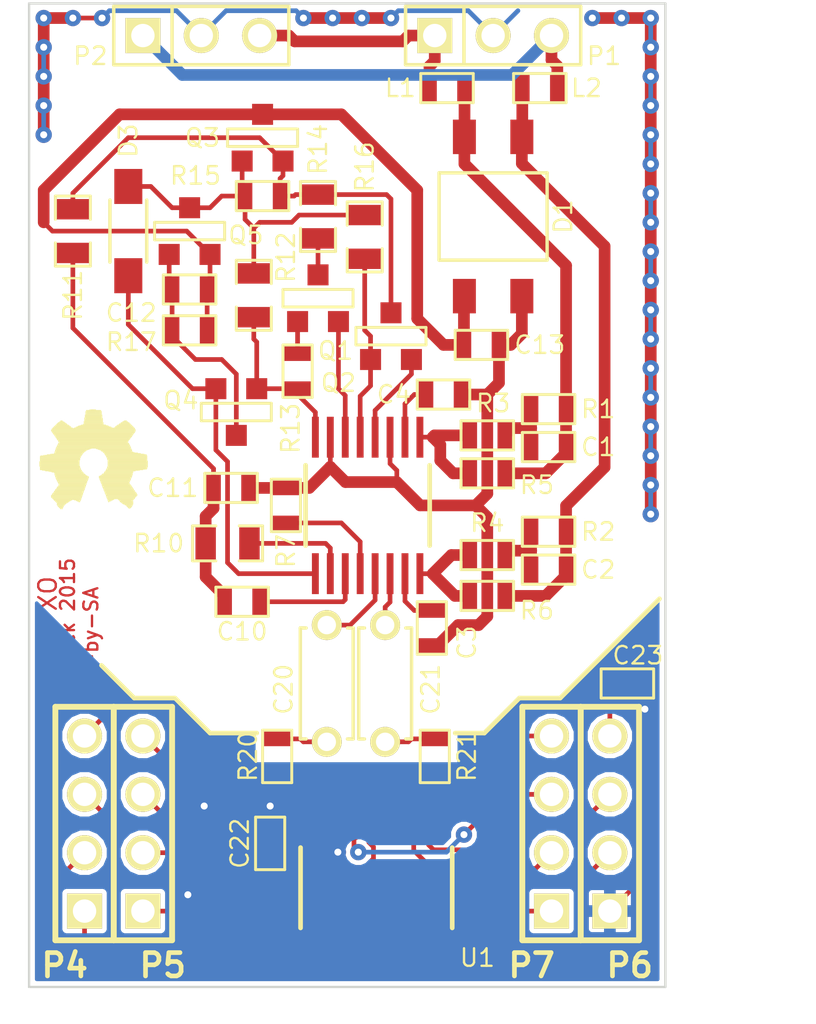
<source format=kicad_pcb>
(kicad_pcb (version 3) (host pcbnew "(2013-mar-13)-stable")

  (general
    (links 90)
    (no_connects 0)
    (area 94.723857 64.541399 134.873 111.031001)
    (thickness 1.6)
    (drawings 18)
    (tracks 406)
    (zones 0)
    (modules 47)
    (nets 52)
  )

  (page A4)
  (title_block
    (title "Voice FXO Module")
    (date "08 oct 2015")
    (rev 0.1)
    (company Agilack)
  )

  (layers
    (15 F.Cu signal)
    (0 B.Cu signal)
    (16 B.Adhes user)
    (17 F.Adhes user)
    (18 B.Paste user)
    (19 F.Paste user)
    (20 B.SilkS user)
    (21 F.SilkS user)
    (22 B.Mask user)
    (23 F.Mask user)
    (24 Dwgs.User user)
    (25 Cmts.User user)
    (26 Eco1.User user)
    (27 Eco2.User user)
    (28 Edge.Cuts user)
  )

  (setup
    (last_trace_width 0.2032)
    (user_trace_width 0.2032)
    (user_trace_width 0.3048)
    (user_trace_width 0.508)
    (trace_clearance 0.1524)
    (zone_clearance 0.2032)
    (zone_45_only no)
    (trace_min 0.2032)
    (segment_width 0.2)
    (edge_width 0.1)
    (via_size 0.889)
    (via_drill 0.635)
    (via_min_size 0.7112)
    (via_min_drill 0.3048)
    (user_via 0.7112 0.3048)
    (uvia_size 0.508)
    (uvia_drill 0.127)
    (uvias_allowed no)
    (uvia_min_size 0.508)
    (uvia_min_drill 0.127)
    (pcb_text_width 0.3)
    (pcb_text_size 1.5 1.5)
    (mod_edge_width 0.15)
    (mod_text_size 1 1)
    (mod_text_width 0.15)
    (pad_size 1.3 1.3)
    (pad_drill 0.8)
    (pad_to_mask_clearance 0)
    (aux_axis_origin 0 0)
    (visible_elements 7FFFFFDF)
    (pcbplotparams
      (layerselection 283934721)
      (usegerberextensions true)
      (excludeedgelayer true)
      (linewidth 0.150000)
      (plotframeref false)
      (viasonmask false)
      (mode 1)
      (useauxorigin false)
      (hpglpennumber 1)
      (hpglpenspeed 20)
      (hpglpendiameter 15)
      (hpglpenoverlay 2)
      (psnegative false)
      (psa4output false)
      (plotreference true)
      (plotvalue true)
      (plotothertext true)
      (plotinvisibletext false)
      (padsonsilk false)
      (subtractmaskfromsilk false)
      (outputformat 1)
      (mirror false)
      (drillshape 0)
      (scaleselection 1)
      (outputdirectory ../prod/))
  )

  (net 0 "")
  (net 1 +3.3V)
  (net 2 +Vline)
  (net 3 GND)
  (net 4 GNDPWR)
  (net 5 INT)
  (net 6 N-000001)
  (net 7 N-0000011)
  (net 8 N-0000012)
  (net 9 N-0000013)
  (net 10 N-0000014)
  (net 11 N-0000016)
  (net 12 N-000002)
  (net 13 N-000003)
  (net 14 N-0000031)
  (net 15 N-0000032)
  (net 16 N-0000033)
  (net 17 N-0000034)
  (net 18 N-0000035)
  (net 19 N-0000036)
  (net 20 N-0000037)
  (net 21 N-0000038)
  (net 22 N-0000039)
  (net 23 N-000004)
  (net 24 N-0000040)
  (net 25 N-0000041)
  (net 26 N-0000042)
  (net 27 N-0000043)
  (net 28 N-0000044)
  (net 29 N-0000045)
  (net 30 N-0000046)
  (net 31 N-0000047)
  (net 32 N-0000048)
  (net 33 N-0000049)
  (net 34 N-000005)
  (net 35 N-0000050)
  (net 36 N-0000051)
  (net 37 N-000006)
  (net 38 PCM_CLK)
  (net 39 PCM_FS)
  (net 40 PCM_RX)
  (net 41 PCM_TX)
  (net 42 RG)
  (net 43 RGDT)
  (net 44 RST)
  (net 45 S_CLK)
  (net 46 S_CS)
  (net 47 S_MISO)
  (net 48 S_MOSI)
  (net 49 Shield)
  (net 50 TGD)
  (net 51 TGDE)

  (net_class Default "This is the default net class."
    (clearance 0.1524)
    (trace_width 0.2032)
    (via_dia 0.889)
    (via_drill 0.635)
    (uvia_dia 0.508)
    (uvia_drill 0.127)
    (add_net "")
    (add_net +3.3V)
    (add_net +Vline)
    (add_net GND)
    (add_net GNDPWR)
    (add_net INT)
    (add_net N-000001)
    (add_net N-0000011)
    (add_net N-0000012)
    (add_net N-0000013)
    (add_net N-0000014)
    (add_net N-0000016)
    (add_net N-000002)
    (add_net N-000003)
    (add_net N-0000031)
    (add_net N-0000032)
    (add_net N-0000033)
    (add_net N-0000034)
    (add_net N-0000035)
    (add_net N-0000036)
    (add_net N-0000037)
    (add_net N-0000038)
    (add_net N-0000039)
    (add_net N-000004)
    (add_net N-0000040)
    (add_net N-0000041)
    (add_net N-0000042)
    (add_net N-0000043)
    (add_net N-0000044)
    (add_net N-0000045)
    (add_net N-0000046)
    (add_net N-0000047)
    (add_net N-0000048)
    (add_net N-0000049)
    (add_net N-000005)
    (add_net N-0000050)
    (add_net N-0000051)
    (add_net N-000006)
    (add_net PCM_CLK)
    (add_net PCM_FS)
    (add_net PCM_RX)
    (add_net PCM_TX)
    (add_net RG)
    (add_net RGDT)
    (add_net RST)
    (add_net S_CLK)
    (add_net S_CS)
    (add_net S_MISO)
    (add_net S_MOSI)
    (add_net Shield)
    (add_net TGD)
    (add_net TGDE)
  )

  (module SMD0603 (layer F.Cu) (tedit 56126E45) (tstamp 5611955E)
    (at 114.8334 68.326 180)
    (path /560EEC6B)
    (attr smd)
    (fp_text reference L1 (at 2.032 0 180) (layer F.SilkS)
      (effects (font (size 0.762 0.762) (thickness 0.1016)))
    )
    (fp_text value FB600 (at 0 0 180) (layer F.SilkS) hide
      (effects (font (size 0.20066 0.20066) (thickness 0.0508)))
    )
    (fp_line (start -1.143 -0.635) (end 1.143 -0.635) (layer F.SilkS) (width 0.127))
    (fp_line (start 1.143 -0.635) (end 1.143 0.635) (layer F.SilkS) (width 0.127))
    (fp_line (start 1.143 0.635) (end -1.143 0.635) (layer F.SilkS) (width 0.127))
    (fp_line (start -1.143 0.635) (end -1.143 -0.635) (layer F.SilkS) (width 0.127))
    (pad 1 smd rect (at -0.762 0 180) (size 0.635 1.143)
      (layers F.Cu F.Paste F.Mask)
      (net 28 N-0000044)
    )
    (pad 2 smd rect (at 0.762 0 180) (size 0.635 1.143)
      (layers F.Cu F.Paste F.Mask)
      (net 26 N-0000042)
    )
    (model smd/chip_cms.wrl
      (at (xyz 0 0 0))
      (scale (xyz 0.08 0.08 0.08))
      (rotate (xyz 0 0 0))
    )
  )

  (module SMD0603 (layer F.Cu) (tedit 56126E49) (tstamp 56119568)
    (at 118.872 68.326)
    (path /560EEC7A)
    (attr smd)
    (fp_text reference L2 (at 2.032 0) (layer F.SilkS)
      (effects (font (size 0.762 0.762) (thickness 0.1016)))
    )
    (fp_text value FB600 (at 0 0) (layer F.SilkS) hide
      (effects (font (size 0.20066 0.20066) (thickness 0.0508)))
    )
    (fp_line (start -1.143 -0.635) (end 1.143 -0.635) (layer F.SilkS) (width 0.127))
    (fp_line (start 1.143 -0.635) (end 1.143 0.635) (layer F.SilkS) (width 0.127))
    (fp_line (start 1.143 0.635) (end -1.143 0.635) (layer F.SilkS) (width 0.127))
    (fp_line (start -1.143 0.635) (end -1.143 -0.635) (layer F.SilkS) (width 0.127))
    (pad 1 smd rect (at -0.762 0) (size 0.635 1.143)
      (layers F.Cu F.Paste F.Mask)
      (net 29 N-0000045)
    )
    (pad 2 smd rect (at 0.762 0) (size 0.635 1.143)
      (layers F.Cu F.Paste F.Mask)
      (net 24 N-0000040)
    )
    (model smd/chip_cms.wrl
      (at (xyz 0 0 0))
      (scale (xyz 0.08 0.08 0.08))
      (rotate (xyz 0 0 0))
    )
  )

  (module CONN_3 (layer F.Cu) (tedit 56128456) (tstamp 56119574)
    (at 116.84 66.04)
    (descr "Connecteur 3 pins")
    (tags "CONN DEV")
    (path /561110E5)
    (fp_text reference P1 (at 4.826 0.889) (layer F.SilkS)
      (effects (font (size 0.762 0.762) (thickness 0.1016)))
    )
    (fp_text value CONN_3 (at 0 2.032) (layer F.SilkS) hide
      (effects (font (size 0.2 0.2) (thickness 0.05)))
    )
    (fp_line (start -3.81 1.27) (end -3.81 -1.27) (layer F.SilkS) (width 0.1524))
    (fp_line (start -3.81 -1.27) (end 3.81 -1.27) (layer F.SilkS) (width 0.1524))
    (fp_line (start 3.81 -1.27) (end 3.81 1.27) (layer F.SilkS) (width 0.1524))
    (fp_line (start 3.81 1.27) (end -3.81 1.27) (layer F.SilkS) (width 0.1524))
    (fp_line (start -1.27 -1.27) (end -1.27 1.27) (layer F.SilkS) (width 0.1524))
    (pad 1 thru_hole rect (at -2.54 0) (size 1.524 1.524) (drill 1.016)
      (layers *.Cu *.Mask F.SilkS)
      (net 26 N-0000042)
    )
    (pad 2 thru_hole circle (at 0 0) (size 1.524 1.524) (drill 1.016)
      (layers *.Cu *.Mask F.SilkS)
      (net 49 Shield)
    )
    (pad 3 thru_hole circle (at 2.54 0) (size 1.524 1.524) (drill 1.016)
      (layers *.Cu *.Mask F.SilkS)
      (net 24 N-0000040)
    )
    (model pin_array/pins_array_3x1.wrl
      (at (xyz 0 0 0))
      (scale (xyz 1 1 1))
      (rotate (xyz 0 0 0))
    )
  )

  (module CONN_3 (layer F.Cu) (tedit 56128460) (tstamp 56119580)
    (at 104.14 66.04)
    (descr "Connecteur 3 pins")
    (tags "CONN DEV")
    (path /561111D3)
    (fp_text reference P2 (at -4.826 0.889) (layer F.SilkS)
      (effects (font (size 0.762 0.762) (thickness 0.1016)))
    )
    (fp_text value CONN_3 (at 0 2.032) (layer F.SilkS) hide
      (effects (font (size 0.762 0.762) (thickness 0.1016)))
    )
    (fp_line (start -3.81 1.27) (end -3.81 -1.27) (layer F.SilkS) (width 0.1524))
    (fp_line (start -3.81 -1.27) (end 3.81 -1.27) (layer F.SilkS) (width 0.1524))
    (fp_line (start 3.81 -1.27) (end 3.81 1.27) (layer F.SilkS) (width 0.1524))
    (fp_line (start 3.81 1.27) (end -3.81 1.27) (layer F.SilkS) (width 0.1524))
    (fp_line (start -1.27 -1.27) (end -1.27 1.27) (layer F.SilkS) (width 0.1524))
    (pad 1 thru_hole rect (at -2.54 0) (size 1.524 1.524) (drill 1.016)
      (layers *.Cu *.Mask F.SilkS)
      (net 24 N-0000040)
    )
    (pad 2 thru_hole circle (at 0 0) (size 1.524 1.524) (drill 1.016)
      (layers *.Cu *.Mask F.SilkS)
      (net 49 Shield)
    )
    (pad 3 thru_hole circle (at 2.54 0) (size 1.524 1.524) (drill 1.016)
      (layers *.Cu *.Mask F.SilkS)
      (net 26 N-0000042)
    )
    (model pin_array/pins_array_3x1.wrl
      (at (xyz 0 0 0))
      (scale (xyz 1 1 1))
      (rotate (xyz 0 0 0))
    )
  )

  (module D-HD04 (layer F.Cu) (tedit 56126E60) (tstamp 56126E9B)
    (at 116.84 73.914 180)
    (path /56119AB4)
    (fp_text reference D1 (at -3.048 0 270) (layer F.SilkS)
      (effects (font (size 0.762 0.762) (thickness 0.1016)))
    )
    (fp_text value HD04 (at 0 0 180) (layer F.SilkS) hide
      (effects (font (size 0.508 0.508) (thickness 0.127)))
    )
    (fp_line (start -2.32 -1.9) (end 2.35 -1.9) (layer F.SilkS) (width 0.15))
    (fp_line (start 2.35 -1.9) (end 2.35 1.9) (layer F.SilkS) (width 0.15))
    (fp_line (start 2.35 1.9) (end -2.35 1.9) (layer F.SilkS) (width 0.15))
    (fp_line (start -2.35 1.9) (end -2.35 -1.9) (layer F.SilkS) (width 0.15))
    (pad 1 smd rect (at -1.25 3.465 180) (size 1 1.5)
      (layers F.Cu F.Paste F.Mask)
      (net 29 N-0000045)
    )
    (pad 2 smd rect (at 1.25 3.465 180) (size 1 1.5)
      (layers F.Cu F.Paste F.Mask)
      (net 28 N-0000044)
    )
    (pad 3 smd rect (at 1.25 -3.465 180) (size 1 1.5)
      (layers F.Cu F.Paste F.Mask)
      (net 2 +Vline)
    )
    (pad 4 smd rect (at -1.25 -3.465 180) (size 1 1.5)
      (layers F.Cu F.Paste F.Mask)
      (net 4 GNDPWR)
    )
  )

  (module SMD0603 (layer F.Cu) (tedit 56126E75) (tstamp 561196F1)
    (at 119.253 82.296)
    (path /560EF31A)
    (attr smd)
    (fp_text reference R1 (at 2.159 0) (layer F.SilkS)
      (effects (font (size 0.762 0.762) (thickness 0.1016)))
    )
    (fp_text value 15M (at 0 0) (layer F.SilkS) hide
      (effects (font (size 0.20066 0.20066) (thickness 0.0508)))
    )
    (fp_line (start -1.143 -0.635) (end 1.143 -0.635) (layer F.SilkS) (width 0.127))
    (fp_line (start 1.143 -0.635) (end 1.143 0.635) (layer F.SilkS) (width 0.127))
    (fp_line (start 1.143 0.635) (end -1.143 0.635) (layer F.SilkS) (width 0.127))
    (fp_line (start -1.143 0.635) (end -1.143 -0.635) (layer F.SilkS) (width 0.127))
    (pad 1 smd rect (at -0.762 0) (size 0.635 1.143)
      (layers F.Cu F.Paste F.Mask)
      (net 25 N-0000041)
    )
    (pad 2 smd rect (at 0.762 0) (size 0.635 1.143)
      (layers F.Cu F.Paste F.Mask)
      (net 28 N-0000044)
    )
    (model smd/chip_cms.wrl
      (at (xyz 0 0 0))
      (scale (xyz 0.08 0.08 0.08))
      (rotate (xyz 0 0 0))
    )
  )

  (module SMD0603 (layer F.Cu) (tedit 56126E94) (tstamp 561196FB)
    (at 119.253 87.63)
    (path /560EF329)
    (attr smd)
    (fp_text reference R2 (at 2.159 0) (layer F.SilkS)
      (effects (font (size 0.762 0.762) (thickness 0.1016)))
    )
    (fp_text value 15M (at 0 0) (layer F.SilkS) hide
      (effects (font (size 0.20066 0.20066) (thickness 0.0508)))
    )
    (fp_line (start -1.143 -0.635) (end 1.143 -0.635) (layer F.SilkS) (width 0.127))
    (fp_line (start 1.143 -0.635) (end 1.143 0.635) (layer F.SilkS) (width 0.127))
    (fp_line (start 1.143 0.635) (end -1.143 0.635) (layer F.SilkS) (width 0.127))
    (fp_line (start -1.143 0.635) (end -1.143 -0.635) (layer F.SilkS) (width 0.127))
    (pad 1 smd rect (at -0.762 0) (size 0.635 1.143)
      (layers F.Cu F.Paste F.Mask)
      (net 27 N-0000043)
    )
    (pad 2 smd rect (at 0.762 0) (size 0.635 1.143)
      (layers F.Cu F.Paste F.Mask)
      (net 29 N-0000045)
    )
    (model smd/chip_cms.wrl
      (at (xyz 0 0 0))
      (scale (xyz 0.08 0.08 0.08))
      (rotate (xyz 0 0 0))
    )
  )

  (module SMD0603 (layer F.Cu) (tedit 56126E73) (tstamp 56119705)
    (at 116.586 83.439)
    (path /560EF342)
    (attr smd)
    (fp_text reference R3 (at 0.254 -1.397) (layer F.SilkS)
      (effects (font (size 0.762 0.762) (thickness 0.1016)))
    )
    (fp_text value 5.1M (at 0 0) (layer F.SilkS) hide
      (effects (font (size 0.20066 0.20066) (thickness 0.0508)))
    )
    (fp_line (start -1.143 -0.635) (end 1.143 -0.635) (layer F.SilkS) (width 0.127))
    (fp_line (start 1.143 -0.635) (end 1.143 0.635) (layer F.SilkS) (width 0.127))
    (fp_line (start 1.143 0.635) (end -1.143 0.635) (layer F.SilkS) (width 0.127))
    (fp_line (start -1.143 0.635) (end -1.143 -0.635) (layer F.SilkS) (width 0.127))
    (pad 1 smd rect (at -0.762 0) (size 0.635 1.143)
      (layers F.Cu F.Paste F.Mask)
      (net 21 N-0000038)
    )
    (pad 2 smd rect (at 0.762 0) (size 0.635 1.143)
      (layers F.Cu F.Paste F.Mask)
      (net 25 N-0000041)
    )
    (model smd/chip_cms.wrl
      (at (xyz 0 0 0))
      (scale (xyz 0.08 0.08 0.08))
      (rotate (xyz 0 0 0))
    )
  )

  (module SMD0603 (layer F.Cu) (tedit 56126E90) (tstamp 5611970F)
    (at 116.586 88.646)
    (path /560EF351)
    (attr smd)
    (fp_text reference R4 (at 0 -1.397) (layer F.SilkS)
      (effects (font (size 0.762 0.762) (thickness 0.1016)))
    )
    (fp_text value 5.1M (at 0 0) (layer F.SilkS) hide
      (effects (font (size 0.20066 0.20066) (thickness 0.0508)))
    )
    (fp_line (start -1.143 -0.635) (end 1.143 -0.635) (layer F.SilkS) (width 0.127))
    (fp_line (start 1.143 -0.635) (end 1.143 0.635) (layer F.SilkS) (width 0.127))
    (fp_line (start 1.143 0.635) (end -1.143 0.635) (layer F.SilkS) (width 0.127))
    (fp_line (start -1.143 0.635) (end -1.143 -0.635) (layer F.SilkS) (width 0.127))
    (pad 1 smd rect (at -0.762 0) (size 0.635 1.143)
      (layers F.Cu F.Paste F.Mask)
      (net 16 N-0000033)
    )
    (pad 2 smd rect (at 0.762 0) (size 0.635 1.143)
      (layers F.Cu F.Paste F.Mask)
      (net 27 N-0000043)
    )
    (model smd/chip_cms.wrl
      (at (xyz 0 0 0))
      (scale (xyz 0.08 0.08 0.08))
      (rotate (xyz 0 0 0))
    )
  )

  (module SMD0603 (layer F.Cu) (tedit 56126E8B) (tstamp 56119719)
    (at 116.586 85.09)
    (path /560EF4E2)
    (attr smd)
    (fp_text reference R5 (at 2.159 0.508) (layer F.SilkS)
      (effects (font (size 0.762 0.762) (thickness 0.1016)))
    )
    (fp_text value 20M (at 0 0) (layer F.SilkS) hide
      (effects (font (size 0.20066 0.20066) (thickness 0.0508)))
    )
    (fp_line (start -1.143 -0.635) (end 1.143 -0.635) (layer F.SilkS) (width 0.127))
    (fp_line (start 1.143 -0.635) (end 1.143 0.635) (layer F.SilkS) (width 0.127))
    (fp_line (start 1.143 0.635) (end -1.143 0.635) (layer F.SilkS) (width 0.127))
    (fp_line (start -1.143 0.635) (end -1.143 -0.635) (layer F.SilkS) (width 0.127))
    (pad 1 smd rect (at -0.762 0) (size 0.635 1.143)
      (layers F.Cu F.Paste F.Mask)
      (net 21 N-0000038)
    )
    (pad 2 smd rect (at 0.762 0) (size 0.635 1.143)
      (layers F.Cu F.Paste F.Mask)
      (net 28 N-0000044)
    )
    (model smd/chip_cms.wrl
      (at (xyz 0 0 0))
      (scale (xyz 0.08 0.08 0.08))
      (rotate (xyz 0 0 0))
    )
  )

  (module SMD0603 (layer F.Cu) (tedit 56126EA4) (tstamp 56119723)
    (at 116.586 90.424)
    (path /560EF54E)
    (attr smd)
    (fp_text reference R6 (at 2.159 0.635) (layer F.SilkS)
      (effects (font (size 0.762 0.762) (thickness 0.1016)))
    )
    (fp_text value 20M (at 0 0) (layer F.SilkS) hide
      (effects (font (size 0.20066 0.20066) (thickness 0.0508)))
    )
    (fp_line (start -1.143 -0.635) (end 1.143 -0.635) (layer F.SilkS) (width 0.127))
    (fp_line (start 1.143 -0.635) (end 1.143 0.635) (layer F.SilkS) (width 0.127))
    (fp_line (start 1.143 0.635) (end -1.143 0.635) (layer F.SilkS) (width 0.127))
    (fp_line (start -1.143 0.635) (end -1.143 -0.635) (layer F.SilkS) (width 0.127))
    (pad 1 smd rect (at -0.762 0) (size 0.635 1.143)
      (layers F.Cu F.Paste F.Mask)
      (net 16 N-0000033)
    )
    (pad 2 smd rect (at 0.762 0) (size 0.635 1.143)
      (layers F.Cu F.Paste F.Mask)
      (net 29 N-0000045)
    )
    (model smd/chip_cms.wrl
      (at (xyz 0 0 0))
      (scale (xyz 0.08 0.08 0.08))
      (rotate (xyz 0 0 0))
    )
  )

  (module SOT23-3 (layer F.Cu) (tedit 56125395) (tstamp 56122EAB)
    (at 109.22 77.47 180)
    (descr "Module CMS SOT23 Transistore EBC")
    (tags "CMS SOT")
    (path /560F0845)
    (attr smd)
    (fp_text reference Q1 (at -0.762 -2.286 180) (layer F.SilkS)
      (effects (font (size 0.762 0.762) (thickness 0.1016)))
    )
    (fp_text value MMBTA06 (at 0 0 180) (layer F.SilkS) hide
      (effects (font (size 0.2 0.2) (thickness 0.0254)))
    )
    (fp_line (start -1.524 -0.381) (end 1.524 -0.381) (layer F.SilkS) (width 0.127))
    (fp_line (start 1.524 -0.381) (end 1.524 0.381) (layer F.SilkS) (width 0.127))
    (fp_line (start 1.524 0.381) (end -1.524 0.381) (layer F.SilkS) (width 0.127))
    (fp_line (start -1.524 0.381) (end -1.524 -0.381) (layer F.SilkS) (width 0.127))
    (pad 2 smd rect (at -0.889 -1.016 180) (size 0.9144 0.9144)
      (layers F.Cu F.Paste F.Mask)
      (net 18 N-0000035)
    )
    (pad 1 smd rect (at 0.889 -1.016 180) (size 0.9144 0.9144)
      (layers F.Cu F.Paste F.Mask)
      (net 19 N-0000036)
    )
    (pad 3 smd rect (at 0 1.016 180) (size 0.9144 0.9144)
      (layers F.Cu F.Paste F.Mask)
      (net 17 N-0000034)
    )
    (model smd/cms_sot23.wrl
      (at (xyz 0 0 0))
      (scale (xyz 0.13 0.15 0.15))
      (rotate (xyz 0 0 0))
    )
  )

  (module SOT23-3 (layer F.Cu) (tedit 5612539A) (tstamp 56122EB6)
    (at 112.395 79.121 180)
    (descr "Module CMS SOT23 Transistore EBC")
    (tags "CMS SOT")
    (path /560F0C39)
    (attr smd)
    (fp_text reference Q2 (at 2.286 -2.032 180) (layer F.SilkS)
      (effects (font (size 0.762 0.762) (thickness 0.1016)))
    )
    (fp_text value MMBTA06 (at 0 0 180) (layer F.SilkS) hide
      (effects (font (size 0.2 0.2) (thickness 0.0254)))
    )
    (fp_line (start -1.524 -0.381) (end 1.524 -0.381) (layer F.SilkS) (width 0.127))
    (fp_line (start 1.524 -0.381) (end 1.524 0.381) (layer F.SilkS) (width 0.127))
    (fp_line (start 1.524 0.381) (end -1.524 0.381) (layer F.SilkS) (width 0.127))
    (fp_line (start -1.524 0.381) (end -1.524 -0.381) (layer F.SilkS) (width 0.127))
    (pad 2 smd rect (at -0.889 -1.016 180) (size 0.9144 0.9144)
      (layers F.Cu F.Paste F.Mask)
      (net 10 N-0000014)
    )
    (pad 1 smd rect (at 0.889 -1.016 180) (size 0.9144 0.9144)
      (layers F.Cu F.Paste F.Mask)
      (net 9 N-0000013)
    )
    (pad 3 smd rect (at 0 1.016 180) (size 0.9144 0.9144)
      (layers F.Cu F.Paste F.Mask)
      (net 35 N-0000050)
    )
    (model smd/cms_sot23.wrl
      (at (xyz 0 0 0))
      (scale (xyz 0.13 0.15 0.15))
      (rotate (xyz 0 0 0))
    )
  )

  (module SOT23-3 (layer F.Cu) (tedit 56128018) (tstamp 56122EC1)
    (at 106.807 70.485 180)
    (descr "Module CMS SOT23 Transistore EBC")
    (tags "CMS SOT")
    (path /560F0F7C)
    (attr smd)
    (fp_text reference Q3 (at 2.6162 0 180) (layer F.SilkS)
      (effects (font (size 0.762 0.762) (thickness 0.1016)))
    )
    (fp_text value MMBTA42 (at 0 0 180) (layer F.SilkS) hide
      (effects (font (size 0.2 0.2) (thickness 0.0254)))
    )
    (fp_line (start -1.524 -0.381) (end 1.524 -0.381) (layer F.SilkS) (width 0.127))
    (fp_line (start 1.524 -0.381) (end 1.524 0.381) (layer F.SilkS) (width 0.127))
    (fp_line (start 1.524 0.381) (end -1.524 0.381) (layer F.SilkS) (width 0.127))
    (fp_line (start -1.524 0.381) (end -1.524 -0.381) (layer F.SilkS) (width 0.127))
    (pad 2 smd rect (at -0.889 -1.016 180) (size 0.9144 0.9144)
      (layers F.Cu F.Paste F.Mask)
      (net 35 N-0000050)
    )
    (pad 1 smd rect (at 0.889 -1.016 180) (size 0.9144 0.9144)
      (layers F.Cu F.Paste F.Mask)
      (net 33 N-0000049)
    )
    (pad 3 smd rect (at 0 1.016 180) (size 0.9144 0.9144)
      (layers F.Cu F.Paste F.Mask)
      (net 2 +Vline)
    )
    (model smd/cms_sot23.wrl
      (at (xyz 0 0 0))
      (scale (xyz 0.13 0.15 0.15))
      (rotate (xyz 0 0 0))
    )
  )

  (module SOT23-3 (layer F.Cu) (tedit 5612538C) (tstamp 56125910)
    (at 105.664 82.423)
    (descr "Module CMS SOT23 Transistore EBC")
    (tags "CMS SOT")
    (path /560F1C64)
    (attr smd)
    (fp_text reference Q4 (at -2.413 -0.508) (layer F.SilkS)
      (effects (font (size 0.762 0.762) (thickness 0.1016)))
    )
    (fp_text value MMBTA42 (at 0 0) (layer F.SilkS) hide
      (effects (font (size 0.2 0.2) (thickness 0.0254)))
    )
    (fp_line (start -1.524 -0.381) (end 1.524 -0.381) (layer F.SilkS) (width 0.127))
    (fp_line (start 1.524 -0.381) (end 1.524 0.381) (layer F.SilkS) (width 0.127))
    (fp_line (start 1.524 0.381) (end -1.524 0.381) (layer F.SilkS) (width 0.127))
    (fp_line (start -1.524 0.381) (end -1.524 -0.381) (layer F.SilkS) (width 0.127))
    (pad 2 smd rect (at -0.889 -1.016) (size 0.9144 0.9144)
      (layers F.Cu F.Paste F.Mask)
      (net 30 N-0000046)
    )
    (pad 1 smd rect (at 0.889 -1.016) (size 0.9144 0.9144)
      (layers F.Cu F.Paste F.Mask)
      (net 32 N-0000048)
    )
    (pad 3 smd rect (at 0 1.016) (size 0.9144 0.9144)
      (layers F.Cu F.Paste F.Mask)
      (net 11 N-0000016)
    )
    (model smd/cms_sot23.wrl
      (at (xyz 0 0 0))
      (scale (xyz 0.13 0.15 0.15))
      (rotate (xyz 0 0 0))
    )
  )

  (module SMD0603 (layer F.Cu) (tedit 56126E77) (tstamp 56122F92)
    (at 119.253 83.947)
    (path /560EF488)
    (attr smd)
    (fp_text reference C1 (at 2.159 0) (layer F.SilkS)
      (effects (font (size 0.762 0.762) (thickness 0.1016)))
    )
    (fp_text value 120pF (at 0 0) (layer F.SilkS) hide
      (effects (font (size 0.20066 0.20066) (thickness 0.0508)))
    )
    (fp_line (start -1.143 -0.635) (end 1.143 -0.635) (layer F.SilkS) (width 0.127))
    (fp_line (start 1.143 -0.635) (end 1.143 0.635) (layer F.SilkS) (width 0.127))
    (fp_line (start 1.143 0.635) (end -1.143 0.635) (layer F.SilkS) (width 0.127))
    (fp_line (start -1.143 0.635) (end -1.143 -0.635) (layer F.SilkS) (width 0.127))
    (pad 1 smd rect (at -0.762 0) (size 0.635 1.143)
      (layers F.Cu F.Paste F.Mask)
      (net 25 N-0000041)
    )
    (pad 2 smd rect (at 0.762 0) (size 0.635 1.143)
      (layers F.Cu F.Paste F.Mask)
      (net 28 N-0000044)
    )
    (model smd/chip_cms.wrl
      (at (xyz 0 0 0))
      (scale (xyz 0.08 0.08 0.08))
      (rotate (xyz 0 0 0))
    )
  )

  (module SMD0603 (layer F.Cu) (tedit 56126E96) (tstamp 56122F9C)
    (at 119.253 89.281)
    (path /560EF497)
    (attr smd)
    (fp_text reference C2 (at 2.159 0) (layer F.SilkS)
      (effects (font (size 0.762 0.762) (thickness 0.1016)))
    )
    (fp_text value 120pF (at 0 0) (layer F.SilkS) hide
      (effects (font (size 0.20066 0.20066) (thickness 0.0508)))
    )
    (fp_line (start -1.143 -0.635) (end 1.143 -0.635) (layer F.SilkS) (width 0.127))
    (fp_line (start 1.143 -0.635) (end 1.143 0.635) (layer F.SilkS) (width 0.127))
    (fp_line (start 1.143 0.635) (end -1.143 0.635) (layer F.SilkS) (width 0.127))
    (fp_line (start -1.143 0.635) (end -1.143 -0.635) (layer F.SilkS) (width 0.127))
    (pad 1 smd rect (at -0.762 0) (size 0.635 1.143)
      (layers F.Cu F.Paste F.Mask)
      (net 27 N-0000043)
    )
    (pad 2 smd rect (at 0.762 0) (size 0.635 1.143)
      (layers F.Cu F.Paste F.Mask)
      (net 29 N-0000045)
    )
    (model smd/chip_cms.wrl
      (at (xyz 0 0 0))
      (scale (xyz 0.08 0.08 0.08))
      (rotate (xyz 0 0 0))
    )
  )

  (module SMD0603 (layer F.Cu) (tedit 56126EAC) (tstamp 561244CC)
    (at 114.173 91.821 270)
    (path /560F06A1)
    (attr smd)
    (fp_text reference C3 (at 0.635 -1.524 270) (layer F.SilkS)
      (effects (font (size 0.762 0.762) (thickness 0.1016)))
    )
    (fp_text value 100nF (at 0 0 270) (layer F.SilkS) hide
      (effects (font (size 0.20066 0.20066) (thickness 0.0508)))
    )
    (fp_line (start -1.143 -0.635) (end 1.143 -0.635) (layer F.SilkS) (width 0.127))
    (fp_line (start 1.143 -0.635) (end 1.143 0.635) (layer F.SilkS) (width 0.127))
    (fp_line (start 1.143 0.635) (end -1.143 0.635) (layer F.SilkS) (width 0.127))
    (fp_line (start -1.143 0.635) (end -1.143 -0.635) (layer F.SilkS) (width 0.127))
    (pad 1 smd rect (at -0.762 0 270) (size 0.635 1.143)
      (layers F.Cu F.Paste F.Mask)
      (net 22 N-0000039)
    )
    (pad 2 smd rect (at 0.762 0 270) (size 0.635 1.143)
      (layers F.Cu F.Paste F.Mask)
      (net 4 GNDPWR)
    )
    (model smd/chip_cms.wrl
      (at (xyz 0 0 0))
      (scale (xyz 0.08 0.08 0.08))
      (rotate (xyz 0 0 0))
    )
  )

  (module SMD0603 (layer F.Cu) (tedit 561253A4) (tstamp 561244D6)
    (at 114.681 81.661)
    (path /560F0656)
    (attr smd)
    (fp_text reference C4 (at -2.159 0) (layer F.SilkS)
      (effects (font (size 0.762 0.762) (thickness 0.1016)))
    )
    (fp_text value 100nF (at 0 0) (layer F.SilkS) hide
      (effects (font (size 0.20066 0.20066) (thickness 0.0508)))
    )
    (fp_line (start -1.143 -0.635) (end 1.143 -0.635) (layer F.SilkS) (width 0.127))
    (fp_line (start 1.143 -0.635) (end 1.143 0.635) (layer F.SilkS) (width 0.127))
    (fp_line (start 1.143 0.635) (end -1.143 0.635) (layer F.SilkS) (width 0.127))
    (fp_line (start -1.143 0.635) (end -1.143 -0.635) (layer F.SilkS) (width 0.127))
    (pad 1 smd rect (at -0.762 0) (size 0.635 1.143)
      (layers F.Cu F.Paste F.Mask)
      (net 14 N-0000031)
    )
    (pad 2 smd rect (at 0.762 0) (size 0.635 1.143)
      (layers F.Cu F.Paste F.Mask)
      (net 4 GNDPWR)
    )
    (model smd/chip_cms.wrl
      (at (xyz 0 0 0))
      (scale (xyz 0.08 0.08 0.08))
      (rotate (xyz 0 0 0))
    )
  )

  (module SMD0603 (layer F.Cu) (tedit 56126DCC) (tstamp 561244E0)
    (at 105.918 90.678)
    (path /560F09D9)
    (attr smd)
    (fp_text reference C10 (at 0 1.2954) (layer F.SilkS)
      (effects (font (size 0.762 0.762) (thickness 0.1016)))
    )
    (fp_text value 1uF (at 0 0) (layer F.SilkS) hide
      (effects (font (size 0.20066 0.20066) (thickness 0.0508)))
    )
    (fp_line (start -1.143 -0.635) (end 1.143 -0.635) (layer F.SilkS) (width 0.127))
    (fp_line (start 1.143 -0.635) (end 1.143 0.635) (layer F.SilkS) (width 0.127))
    (fp_line (start 1.143 0.635) (end -1.143 0.635) (layer F.SilkS) (width 0.127))
    (fp_line (start -1.143 0.635) (end -1.143 -0.635) (layer F.SilkS) (width 0.127))
    (pad 1 smd rect (at -0.762 0) (size 0.635 1.143)
      (layers F.Cu F.Paste F.Mask)
      (net 36 N-0000051)
    )
    (pad 2 smd rect (at 0.762 0) (size 0.635 1.143)
      (layers F.Cu F.Paste F.Mask)
      (net 31 N-0000047)
    )
    (model smd/chip_cms.wrl
      (at (xyz 0 0 0))
      (scale (xyz 0.08 0.08 0.08))
      (rotate (xyz 0 0 0))
    )
  )

  (module SMD0603 (layer F.Cu) (tedit 56127FFA) (tstamp 561244EA)
    (at 105.4354 85.725)
    (path /560F0ACD)
    (attr smd)
    (fp_text reference C11 (at -2.54 0) (layer F.SilkS)
      (effects (font (size 0.762 0.762) (thickness 0.1016)))
    )
    (fp_text value 2.7nF (at 0 0) (layer F.SilkS) hide
      (effects (font (size 0.20066 0.20066) (thickness 0.0508)))
    )
    (fp_line (start -1.143 -0.635) (end 1.143 -0.635) (layer F.SilkS) (width 0.127))
    (fp_line (start 1.143 -0.635) (end 1.143 0.635) (layer F.SilkS) (width 0.127))
    (fp_line (start 1.143 0.635) (end -1.143 0.635) (layer F.SilkS) (width 0.127))
    (fp_line (start -1.143 0.635) (end -1.143 -0.635) (layer F.SilkS) (width 0.127))
    (pad 1 smd rect (at -0.762 0) (size 0.635 1.143)
      (layers F.Cu F.Paste F.Mask)
      (net 36 N-0000051)
    )
    (pad 2 smd rect (at 0.762 0) (size 0.635 1.143)
      (layers F.Cu F.Paste F.Mask)
      (net 4 GNDPWR)
    )
    (model smd/chip_cms.wrl
      (at (xyz 0 0 0))
      (scale (xyz 0.08 0.08 0.08))
      (rotate (xyz 0 0 0))
    )
  )

  (module SMD0603 (layer F.Cu) (tedit 5612806A) (tstamp 561244F4)
    (at 103.632 77.089)
    (path /56123F72)
    (attr smd)
    (fp_text reference C12 (at -2.54 1.016) (layer F.SilkS)
      (effects (font (size 0.762 0.762) (thickness 0.1016)))
    )
    (fp_text value 10nF (at 0 0) (layer F.SilkS) hide
      (effects (font (size 0.20066 0.20066) (thickness 0.0508)))
    )
    (fp_line (start -1.143 -0.635) (end 1.143 -0.635) (layer F.SilkS) (width 0.127))
    (fp_line (start 1.143 -0.635) (end 1.143 0.635) (layer F.SilkS) (width 0.127))
    (fp_line (start 1.143 0.635) (end -1.143 0.635) (layer F.SilkS) (width 0.127))
    (fp_line (start -1.143 0.635) (end -1.143 -0.635) (layer F.SilkS) (width 0.127))
    (pad 1 smd rect (at -0.762 0) (size 0.635 1.143)
      (layers F.Cu F.Paste F.Mask)
      (net 11 N-0000016)
    )
    (pad 2 smd rect (at 0.762 0) (size 0.635 1.143)
      (layers F.Cu F.Paste F.Mask)
      (net 2 +Vline)
    )
    (model smd/chip_cms.wrl
      (at (xyz 0 0 0))
      (scale (xyz 0.08 0.08 0.08))
      (rotate (xyz 0 0 0))
    )
  )

  (module SMD0603 (layer F.Cu) (tedit 56128076) (tstamp 561244FE)
    (at 116.332 79.502)
    (path /5612475C)
    (attr smd)
    (fp_text reference C13 (at 2.54 0) (layer F.SilkS)
      (effects (font (size 0.762 0.762) (thickness 0.1016)))
    )
    (fp_text value 3.9nF (at 0 0) (layer F.SilkS) hide
      (effects (font (size 0.20066 0.20066) (thickness 0.0508)))
    )
    (fp_line (start -1.143 -0.635) (end 1.143 -0.635) (layer F.SilkS) (width 0.127))
    (fp_line (start 1.143 -0.635) (end 1.143 0.635) (layer F.SilkS) (width 0.127))
    (fp_line (start 1.143 0.635) (end -1.143 0.635) (layer F.SilkS) (width 0.127))
    (fp_line (start -1.143 0.635) (end -1.143 -0.635) (layer F.SilkS) (width 0.127))
    (pad 1 smd rect (at -0.762 0) (size 0.635 1.143)
      (layers F.Cu F.Paste F.Mask)
      (net 2 +Vline)
    )
    (pad 2 smd rect (at 0.762 0) (size 0.635 1.143)
      (layers F.Cu F.Paste F.Mask)
      (net 4 GNDPWR)
    )
    (model smd/chip_cms.wrl
      (at (xyz 0 0 0))
      (scale (xyz 0.08 0.08 0.08))
      (rotate (xyz 0 0 0))
    )
  )

  (module SOD-123 (layer F.Cu) (tedit 56125897) (tstamp 56124506)
    (at 100.965 74.549 90)
    (path /560F1B7A)
    (fp_text reference D3 (at 3.937 0 90) (layer F.SilkS)
      (effects (font (size 0.762 0.762) (thickness 0.1016)))
    )
    (fp_text value MMSZ43 (at 0 0 90) (layer F.SilkS) hide
      (effects (font (size 0.508 0.508) (thickness 0.0762)))
    )
    (fp_line (start -1.35 0.8) (end 1.35 0.8) (layer F.SilkS) (width 0.15))
    (fp_line (start -1.35 -0.8) (end 1.35 -0.8) (layer F.SilkS) (width 0.15))
    (pad 1 smd rect (at -1.942 0 90) (size 1.524 1.22)
      (layers F.Cu F.Paste F.Mask)
      (net 30 N-0000046)
    )
    (pad 2 smd rect (at 1.942 0 90) (size 1.524 1.22)
      (layers F.Cu F.Paste F.Mask)
      (net 33 N-0000049)
    )
  )

  (module SOT23-3 (layer F.Cu) (tedit 5612583E) (tstamp 56124511)
    (at 103.632 74.549 180)
    (descr "Module CMS SOT23 Transistore EBC")
    (tags "CMS SOT")
    (path /5612440C)
    (attr smd)
    (fp_text reference Q5 (at -2.4511 -0.1778 180) (layer F.SilkS)
      (effects (font (size 0.762 0.762) (thickness 0.1016)))
    )
    (fp_text value MMBTA92 (at 0 0 180) (layer F.SilkS) hide
      (effects (font (size 0.2 0.2) (thickness 0.0254)))
    )
    (fp_line (start -1.524 -0.381) (end 1.524 -0.381) (layer F.SilkS) (width 0.127))
    (fp_line (start 1.524 -0.381) (end 1.524 0.381) (layer F.SilkS) (width 0.127))
    (fp_line (start 1.524 0.381) (end -1.524 0.381) (layer F.SilkS) (width 0.127))
    (fp_line (start -1.524 0.381) (end -1.524 -0.381) (layer F.SilkS) (width 0.127))
    (pad 2 smd rect (at -0.889 -1.016 180) (size 0.9144 0.9144)
      (layers F.Cu F.Paste F.Mask)
      (net 2 +Vline)
    )
    (pad 1 smd rect (at 0.889 -1.016 180) (size 0.9144 0.9144)
      (layers F.Cu F.Paste F.Mask)
      (net 11 N-0000016)
    )
    (pad 3 smd rect (at 0 1.016 180) (size 0.9144 0.9144)
      (layers F.Cu F.Paste F.Mask)
      (net 33 N-0000049)
    )
    (model smd/cms_sot23.wrl
      (at (xyz 0 0 0))
      (scale (xyz 0.13 0.15 0.15))
      (rotate (xyz 0 0 0))
    )
  )

  (module SMD0603 (layer F.Cu) (tedit 56126DD1) (tstamp 5612451B)
    (at 107.823 86.487 90)
    (path /560F040A)
    (attr smd)
    (fp_text reference R7 (at -1.9812 0 90) (layer F.SilkS)
      (effects (font (size 0.762 0.762) (thickness 0.1016)))
    )
    (fp_text value 1M (at 0 0 90) (layer F.SilkS) hide
      (effects (font (size 0.20066 0.20066) (thickness 0.0508)))
    )
    (fp_line (start -1.143 -0.635) (end 1.143 -0.635) (layer F.SilkS) (width 0.127))
    (fp_line (start 1.143 -0.635) (end 1.143 0.635) (layer F.SilkS) (width 0.127))
    (fp_line (start 1.143 0.635) (end -1.143 0.635) (layer F.SilkS) (width 0.127))
    (fp_line (start -1.143 0.635) (end -1.143 -0.635) (layer F.SilkS) (width 0.127))
    (pad 1 smd rect (at -0.762 0 90) (size 0.635 1.143)
      (layers F.Cu F.Paste F.Mask)
      (net 15 N-0000032)
    )
    (pad 2 smd rect (at 0.762 0 90) (size 0.635 1.143)
      (layers F.Cu F.Paste F.Mask)
      (net 4 GNDPWR)
    )
    (model smd/chip_cms.wrl
      (at (xyz 0 0 0))
      (scale (xyz 0.08 0.08 0.08))
      (rotate (xyz 0 0 0))
    )
  )

  (module SMD0603 (layer F.Cu) (tedit 56127FF6) (tstamp 56125904)
    (at 108.331 80.645 90)
    (path /560F0854)
    (attr smd)
    (fp_text reference R13 (at -2.4892 -0.3048 90) (layer F.SilkS)
      (effects (font (size 0.762 0.762) (thickness 0.1016)))
    )
    (fp_text value 150 (at 0 0 90) (layer F.SilkS) hide
      (effects (font (size 0.20066 0.20066) (thickness 0.0508)))
    )
    (fp_line (start -1.143 -0.635) (end 1.143 -0.635) (layer F.SilkS) (width 0.127))
    (fp_line (start 1.143 -0.635) (end 1.143 0.635) (layer F.SilkS) (width 0.127))
    (fp_line (start 1.143 0.635) (end -1.143 0.635) (layer F.SilkS) (width 0.127))
    (fp_line (start -1.143 0.635) (end -1.143 -0.635) (layer F.SilkS) (width 0.127))
    (pad 1 smd rect (at -0.762 0 90) (size 0.635 1.143)
      (layers F.Cu F.Paste F.Mask)
      (net 32 N-0000048)
    )
    (pad 2 smd rect (at 0.762 0 90) (size 0.635 1.143)
      (layers F.Cu F.Paste F.Mask)
      (net 19 N-0000036)
    )
    (model smd/chip_cms.wrl
      (at (xyz 0 0 0))
      (scale (xyz 0.08 0.08 0.08))
      (rotate (xyz 0 0 0))
    )
  )

  (module SMD0603 (layer F.Cu) (tedit 56128011) (tstamp 56124557)
    (at 106.807 73.025 180)
    (path /560F105C)
    (attr smd)
    (fp_text reference R15 (at 2.921 0.889 180) (layer F.SilkS)
      (effects (font (size 0.762 0.762) (thickness 0.1016)))
    )
    (fp_text value 100k (at 0 0 180) (layer F.SilkS) hide
      (effects (font (size 0.20066 0.20066) (thickness 0.0508)))
    )
    (fp_line (start -1.143 -0.635) (end 1.143 -0.635) (layer F.SilkS) (width 0.127))
    (fp_line (start 1.143 -0.635) (end 1.143 0.635) (layer F.SilkS) (width 0.127))
    (fp_line (start 1.143 0.635) (end -1.143 0.635) (layer F.SilkS) (width 0.127))
    (fp_line (start -1.143 0.635) (end -1.143 -0.635) (layer F.SilkS) (width 0.127))
    (pad 1 smd rect (at -0.762 0 180) (size 0.635 1.143)
      (layers F.Cu F.Paste F.Mask)
      (net 35 N-0000050)
    )
    (pad 2 smd rect (at 0.762 0 180) (size 0.635 1.143)
      (layers F.Cu F.Paste F.Mask)
      (net 33 N-0000049)
    )
    (model smd/chip_cms.wrl
      (at (xyz 0 0 0))
      (scale (xyz 0.08 0.08 0.08))
      (rotate (xyz 0 0 0))
    )
  )

  (module SMD0603 (layer F.Cu) (tedit 56128060) (tstamp 5612456B)
    (at 103.632 78.867 180)
    (path /56123F59)
    (attr smd)
    (fp_text reference R17 (at 2.54 -0.508 180) (layer F.SilkS)
      (effects (font (size 0.762 0.762) (thickness 0.1016)))
    )
    (fp_text value 100k (at 0 0 180) (layer F.SilkS) hide
      (effects (font (size 0.20066 0.20066) (thickness 0.0508)))
    )
    (fp_line (start -1.143 -0.635) (end 1.143 -0.635) (layer F.SilkS) (width 0.127))
    (fp_line (start 1.143 -0.635) (end 1.143 0.635) (layer F.SilkS) (width 0.127))
    (fp_line (start 1.143 0.635) (end -1.143 0.635) (layer F.SilkS) (width 0.127))
    (fp_line (start -1.143 0.635) (end -1.143 -0.635) (layer F.SilkS) (width 0.127))
    (pad 1 smd rect (at -0.762 0 180) (size 0.635 1.143)
      (layers F.Cu F.Paste F.Mask)
      (net 2 +Vline)
    )
    (pad 2 smd rect (at 0.762 0 180) (size 0.635 1.143)
      (layers F.Cu F.Paste F.Mask)
      (net 11 N-0000016)
    )
    (model smd/chip_cms.wrl
      (at (xyz 0 0 0))
      (scale (xyz 0.08 0.08 0.08))
      (rotate (xyz 0 0 0))
    )
  )

  (module TSSOP20 (layer F.Cu) (tedit 561280B8) (tstamp 56124585)
    (at 111.76 103.124)
    (path /5610F750)
    (fp_text reference U1 (at 4.3942 3.048) (layer F.SilkS)
      (effects (font (size 0.762 0.762) (thickness 0.1016)))
    )
    (fp_text value SI3050-XT (at 0 0) (layer F.SilkS) hide
      (effects (font (size 0.2 0.2) (thickness 0.05)))
    )
    (fp_line (start -3.3 -1.74752) (end -3.3 1.74752) (layer F.SilkS) (width 0.2032))
    (fp_line (start 3.3 1.74752) (end 3.3 -1.74752) (layer F.SilkS) (width 0.2032))
    (pad 2 smd rect (at -2.275 2.96926) (size 0.3048 1.78054)
      (layers F.Cu F.Paste F.Mask)
      (net 48 S_MOSI)
    )
    (pad 3 smd rect (at -1.625 2.96926) (size 0.3048 1.78054)
      (layers F.Cu F.Paste F.Mask)
      (net 46 S_CS)
    )
    (pad 4 smd rect (at -0.975 2.96926) (size 0.3048 1.78054)
      (layers F.Cu F.Paste F.Mask)
      (net 39 PCM_FS)
    )
    (pad 5 smd rect (at -0.325 2.96926) (size 0.3048 1.78054)
      (layers F.Cu F.Paste F.Mask)
      (net 38 PCM_CLK)
    )
    (pad 6 smd rect (at 0.325 2.96926) (size 0.3048 1.78054)
      (layers F.Cu F.Paste F.Mask)
      (net 41 PCM_TX)
    )
    (pad 7 smd rect (at 0.975 2.96926) (size 0.3048 1.78054)
      (layers F.Cu F.Paste F.Mask)
      (net 40 PCM_RX)
    )
    (pad 8 smd rect (at 1.625 2.96926) (size 0.3048 1.78054)
      (layers F.Cu F.Paste F.Mask)
      (net 43 RGDT)
    )
    (pad 9 smd rect (at 2.275 2.96926) (size 0.3048 1.78054)
      (layers F.Cu F.Paste F.Mask)
      (net 5 INT)
    )
    (pad 12 smd rect (at 2.275 -2.96926) (size 0.29972 1.78054)
      (layers F.Cu F.Paste F.Mask)
      (net 51 TGDE)
    )
    (pad 13 smd rect (at 1.625 -2.96926) (size 0.29972 1.78054)
      (layers F.Cu F.Paste F.Mask)
      (net 44 RST)
    )
    (pad 14 smd rect (at 0.975 -2.96926) (size 0.29972 1.78054)
      (layers F.Cu F.Paste F.Mask)
      (net 37 N-000006)
    )
    (pad 15 smd rect (at 0.325 -2.96926) (size 0.29972 1.78054)
      (layers F.Cu F.Paste F.Mask)
      (net 6 N-000001)
    )
    (pad 16 smd rect (at -0.325 -2.96926) (size 0.29972 1.78054)
      (layers F.Cu F.Paste F.Mask)
      (net 7 N-0000011)
    )
    (pad 17 smd rect (at -0.975 -2.96926) (size 0.29972 1.78054)
      (layers F.Cu F.Paste F.Mask)
      (net 1 +3.3V)
    )
    (pad 18 smd rect (at -1.625 -2.96926) (size 0.29972 1.78054)
      (layers F.Cu F.Paste F.Mask)
      (net 3 GND)
    )
    (pad 19 smd rect (at -2.275 -2.96926) (size 0.29972 1.78054)
      (layers F.Cu F.Paste F.Mask)
      (net 45 S_CLK)
    )
    (pad 1 smd rect (at -2.925 2.9718) (size 0.3048 1.78054)
      (layers F.Cu F.Paste F.Mask)
      (net 47 S_MISO)
    )
    (pad 10 smd rect (at 2.925 2.9718) (size 0.3048 1.78054)
      (layers F.Cu F.Paste F.Mask)
      (net 42 RG)
    )
    (pad 11 smd rect (at 2.925 -2.96926) (size 0.3048 1.78054)
      (layers F.Cu F.Paste F.Mask)
      (net 50 TGD)
    )
    (pad 20 smd rect (at -2.925 -2.96926) (size 0.29972 1.78054)
      (layers F.Cu F.Paste F.Mask)
      (net 8 N-0000012)
    )
  )

  (module SMD0805 (layer F.Cu) (tedit 5612804E) (tstamp 56124BD1)
    (at 98.552 74.549 90)
    (path /560F0B85)
    (attr smd)
    (fp_text reference R11 (at -2.794 0 90) (layer F.SilkS)
      (effects (font (size 0.762 0.762) (thickness 0.1016)))
    )
    (fp_text value 536 (at 0 0 180) (layer F.SilkS) hide
      (effects (font (size 0.508 0.508) (thickness 0.0762)))
    )
    (fp_line (start -0.508 0.762) (end -1.524 0.762) (layer F.SilkS) (width 0.127))
    (fp_line (start -1.524 0.762) (end -1.524 -0.762) (layer F.SilkS) (width 0.127))
    (fp_line (start -1.524 -0.762) (end -0.508 -0.762) (layer F.SilkS) (width 0.127))
    (fp_line (start 0.508 -0.762) (end 1.524 -0.762) (layer F.SilkS) (width 0.127))
    (fp_line (start 1.524 -0.762) (end 1.524 0.762) (layer F.SilkS) (width 0.127))
    (fp_line (start 1.524 0.762) (end 0.508 0.762) (layer F.SilkS) (width 0.127))
    (pad 1 smd rect (at -0.9525 0 90) (size 0.889 1.397)
      (layers F.Cu F.Paste F.Mask)
      (net 36 N-0000051)
    )
    (pad 2 smd rect (at 0.9525 0 90) (size 0.889 1.397)
      (layers F.Cu F.Paste F.Mask)
      (net 35 N-0000050)
    )
    (model smd/chip_cms.wrl
      (at (xyz 0 0 0))
      (scale (xyz 0.1 0.1 0.1))
      (rotate (xyz 0 0 0))
    )
  )

  (module SMD0805 (layer F.Cu) (tedit 56127FFE) (tstamp 56124F6A)
    (at 105.283 88.138)
    (path /560F09C0)
    (attr smd)
    (fp_text reference R10 (at -2.9972 0) (layer F.SilkS)
      (effects (font (size 0.762 0.762) (thickness 0.1016)))
    )
    (fp_text value 1.07k (at 0 0 90) (layer F.SilkS) hide
      (effects (font (size 0.2 0.2) (thickness 0.05)))
    )
    (fp_line (start -0.508 0.762) (end -1.524 0.762) (layer F.SilkS) (width 0.127))
    (fp_line (start -1.524 0.762) (end -1.524 -0.762) (layer F.SilkS) (width 0.127))
    (fp_line (start -1.524 -0.762) (end -0.508 -0.762) (layer F.SilkS) (width 0.127))
    (fp_line (start 0.508 -0.762) (end 1.524 -0.762) (layer F.SilkS) (width 0.127))
    (fp_line (start 1.524 -0.762) (end 1.524 0.762) (layer F.SilkS) (width 0.127))
    (fp_line (start 1.524 0.762) (end 0.508 0.762) (layer F.SilkS) (width 0.127))
    (pad 1 smd rect (at -0.9525 0) (size 0.889 1.397)
      (layers F.Cu F.Paste F.Mask)
      (net 36 N-0000051)
    )
    (pad 2 smd rect (at 0.9525 0) (size 0.889 1.397)
      (layers F.Cu F.Paste F.Mask)
      (net 20 N-0000037)
    )
    (model smd/chip_cms.wrl
      (at (xyz 0 0 0))
      (scale (xyz 0.1 0.1 0.1))
      (rotate (xyz 0 0 0))
    )
  )

  (module SMD0805 (layer F.Cu) (tedit 5612803D) (tstamp 56125199)
    (at 106.426 77.343 270)
    (path /560F0886)
    (attr smd)
    (fp_text reference R12 (at -1.651 -1.397 270) (layer F.SilkS)
      (effects (font (size 0.762 0.762) (thickness 0.1016)))
    )
    (fp_text value 3.65k (at 0 0 360) (layer F.SilkS) hide
      (effects (font (size 0.2 0.2) (thickness 0.05)))
    )
    (fp_line (start -0.508 0.762) (end -1.524 0.762) (layer F.SilkS) (width 0.127))
    (fp_line (start -1.524 0.762) (end -1.524 -0.762) (layer F.SilkS) (width 0.127))
    (fp_line (start -1.524 -0.762) (end -0.508 -0.762) (layer F.SilkS) (width 0.127))
    (fp_line (start 0.508 -0.762) (end 1.524 -0.762) (layer F.SilkS) (width 0.127))
    (fp_line (start 1.524 -0.762) (end 1.524 0.762) (layer F.SilkS) (width 0.127))
    (fp_line (start 1.524 0.762) (end 0.508 0.762) (layer F.SilkS) (width 0.127))
    (pad 1 smd rect (at -0.9525 0 270) (size 0.889 1.397)
      (layers F.Cu F.Paste F.Mask)
      (net 33 N-0000049)
    )
    (pad 2 smd rect (at 0.9525 0 270) (size 0.889 1.397)
      (layers F.Cu F.Paste F.Mask)
      (net 32 N-0000048)
    )
    (model smd/chip_cms.wrl
      (at (xyz 0 0 0))
      (scale (xyz 0.1 0.1 0.1))
      (rotate (xyz 0 0 0))
    )
  )

  (module SMD0805 (layer F.Cu) (tedit 56128029) (tstamp 561255EF)
    (at 109.22 73.914 270)
    (path /560F086D)
    (attr smd)
    (fp_text reference R14 (at -2.921 0 270) (layer F.SilkS)
      (effects (font (size 0.762 0.762) (thickness 0.1016)))
    )
    (fp_text value 73.2 (at 0 0 360) (layer F.SilkS) hide
      (effects (font (size 0.3048 0.3048) (thickness 0.0508)))
    )
    (fp_line (start -0.508 0.762) (end -1.524 0.762) (layer F.SilkS) (width 0.127))
    (fp_line (start -1.524 0.762) (end -1.524 -0.762) (layer F.SilkS) (width 0.127))
    (fp_line (start -1.524 -0.762) (end -0.508 -0.762) (layer F.SilkS) (width 0.127))
    (fp_line (start 0.508 -0.762) (end 1.524 -0.762) (layer F.SilkS) (width 0.127))
    (fp_line (start 1.524 -0.762) (end 1.524 0.762) (layer F.SilkS) (width 0.127))
    (fp_line (start 1.524 0.762) (end 0.508 0.762) (layer F.SilkS) (width 0.127))
    (pad 1 smd rect (at -0.9525 0 270) (size 0.889 1.397)
      (layers F.Cu F.Paste F.Mask)
      (net 35 N-0000050)
    )
    (pad 2 smd rect (at 0.9525 0 270) (size 0.889 1.397)
      (layers F.Cu F.Paste F.Mask)
      (net 17 N-0000034)
    )
    (model smd/chip_cms.wrl
      (at (xyz 0 0 0))
      (scale (xyz 0.1 0.1 0.1))
      (rotate (xyz 0 0 0))
    )
  )

  (module SMD0805 (layer F.Cu) (tedit 5612802C) (tstamp 561257D5)
    (at 111.252 74.803 90)
    (path /560F10DC)
    (attr smd)
    (fp_text reference R16 (at 3.048 0 90) (layer F.SilkS)
      (effects (font (size 0.762 0.762) (thickness 0.1016)))
    )
    (fp_text value 2.49k (at 0 0 180) (layer F.SilkS) hide
      (effects (font (size 0.3048 0.3048) (thickness 0.0508)))
    )
    (fp_line (start -0.508 0.762) (end -1.524 0.762) (layer F.SilkS) (width 0.127))
    (fp_line (start -1.524 0.762) (end -1.524 -0.762) (layer F.SilkS) (width 0.127))
    (fp_line (start -1.524 -0.762) (end -0.508 -0.762) (layer F.SilkS) (width 0.127))
    (fp_line (start 0.508 -0.762) (end 1.524 -0.762) (layer F.SilkS) (width 0.127))
    (fp_line (start 1.524 -0.762) (end 1.524 0.762) (layer F.SilkS) (width 0.127))
    (fp_line (start 1.524 0.762) (end 0.508 0.762) (layer F.SilkS) (width 0.127))
    (pad 1 smd rect (at -0.9525 0 90) (size 0.889 1.397)
      (layers F.Cu F.Paste F.Mask)
      (net 9 N-0000013)
    )
    (pad 2 smd rect (at 0.9525 0 90) (size 0.889 1.397)
      (layers F.Cu F.Paste F.Mask)
      (net 33 N-0000049)
    )
    (model smd/chip_cms.wrl
      (at (xyz 0 0 0))
      (scale (xyz 0.1 0.1 0.1))
      (rotate (xyz 0 0 0))
    )
  )

  (module SMD0603 (layer F.Cu) (tedit 56126FD1) (tstamp 56126BD2)
    (at 107.442 97.409 90)
    (path /561268D4)
    (attr smd)
    (fp_text reference R20 (at 0 -1.27 90) (layer F.SilkS)
      (effects (font (size 0.762 0.762) (thickness 0.1016)))
    )
    (fp_text value 56.2 (at 0 0 90) (layer F.SilkS) hide
      (effects (font (size 0.20066 0.20066) (thickness 0.0508)))
    )
    (fp_line (start -1.143 -0.635) (end 1.143 -0.635) (layer F.SilkS) (width 0.127))
    (fp_line (start 1.143 -0.635) (end 1.143 0.635) (layer F.SilkS) (width 0.127))
    (fp_line (start 1.143 0.635) (end -1.143 0.635) (layer F.SilkS) (width 0.127))
    (fp_line (start -1.143 0.635) (end -1.143 -0.635) (layer F.SilkS) (width 0.127))
    (pad 1 smd rect (at -0.762 0 90) (size 0.635 1.143)
      (layers F.Cu F.Paste F.Mask)
      (net 6 N-000001)
    )
    (pad 2 smd rect (at 0.762 0 90) (size 0.635 1.143)
      (layers F.Cu F.Paste F.Mask)
      (net 34 N-000005)
    )
    (model smd/chip_cms.wrl
      (at (xyz 0 0 0))
      (scale (xyz 0.08 0.08 0.08))
      (rotate (xyz 0 0 0))
    )
  )

  (module SMD0603 (layer F.Cu) (tedit 56126FCB) (tstamp 56126BDC)
    (at 114.3 97.409 90)
    (path /561268E3)
    (attr smd)
    (fp_text reference R21 (at 0 1.397 90) (layer F.SilkS)
      (effects (font (size 0.762 0.762) (thickness 0.1016)))
    )
    (fp_text value 56.2 (at 0 0 90) (layer F.SilkS) hide
      (effects (font (size 0.20066 0.20066) (thickness 0.0508)))
    )
    (fp_line (start -1.143 -0.635) (end 1.143 -0.635) (layer F.SilkS) (width 0.127))
    (fp_line (start 1.143 -0.635) (end 1.143 0.635) (layer F.SilkS) (width 0.127))
    (fp_line (start 1.143 0.635) (end -1.143 0.635) (layer F.SilkS) (width 0.127))
    (fp_line (start -1.143 0.635) (end -1.143 -0.635) (layer F.SilkS) (width 0.127))
    (pad 1 smd rect (at -0.762 0 90) (size 0.635 1.143)
      (layers F.Cu F.Paste F.Mask)
      (net 37 N-000006)
    )
    (pad 2 smd rect (at 0.762 0 90) (size 0.635 1.143)
      (layers F.Cu F.Paste F.Mask)
      (net 23 N-000004)
    )
    (model smd/chip_cms.wrl
      (at (xyz 0 0 0))
      (scale (xyz 0.08 0.08 0.08))
      (rotate (xyz 0 0 0))
    )
  )

  (module ohw-logo (layer F.Cu) (tedit 561280DF) (tstamp 56127D9A)
    (at 95.631 81.407)
    (path ohw_logo)
    (fp_text reference ohw_logo (at 2.2352 0.889) (layer F.SilkS) hide
      (effects (font (size 0.2 0.2) (thickness 0.05)))
    )
    (fp_text value VAL** (at 2.2352 0.254) (layer F.SilkS) hide
      (effects (font (size 0.20066 0.20066) (thickness 0.0508)))
    )
    (fp_line (start 3.6576 0.9144) (end 3.9116 0.9144) (layer F.SilkS) (width 0.02794))
    (fp_line (start 3.5052 0.9398) (end 4.1402 0.9398) (layer F.SilkS) (width 0.02794))
    (fp_line (start 3.5052 0.9652) (end 4.1402 0.9652) (layer F.SilkS) (width 0.02794))
    (fp_line (start 3.4798 0.9906) (end 4.1656 0.9906) (layer F.SilkS) (width 0.02794))
    (fp_line (start 3.4798 1.016) (end 4.1656 1.016) (layer F.SilkS) (width 0.02794))
    (fp_line (start 3.4798 1.0414) (end 4.1656 1.0414) (layer F.SilkS) (width 0.02794))
    (fp_line (start 3.4798 1.0668) (end 4.1656 1.0668) (layer F.SilkS) (width 0.02794))
    (fp_line (start 3.4798 1.0922) (end 4.1656 1.0922) (layer F.SilkS) (width 0.02794))
    (fp_line (start 3.4798 1.1176) (end 4.1656 1.1176) (layer F.SilkS) (width 0.02794))
    (fp_line (start 3.4544 1.143) (end 4.191 1.143) (layer F.SilkS) (width 0.02794))
    (fp_line (start 3.4544 1.1684) (end 4.191 1.1684) (layer F.SilkS) (width 0.02794))
    (fp_line (start 3.4544 1.1938) (end 4.191 1.1938) (layer F.SilkS) (width 0.02794))
    (fp_line (start 3.4544 1.2192) (end 4.191 1.2192) (layer F.SilkS) (width 0.02794))
    (fp_line (start 3.4544 1.2446) (end 4.191 1.2446) (layer F.SilkS) (width 0.02794))
    (fp_line (start 3.429 1.27) (end 4.191 1.27) (layer F.SilkS) (width 0.02794))
    (fp_line (start 3.429 1.2954) (end 4.2164 1.2954) (layer F.SilkS) (width 0.02794))
    (fp_line (start 3.429 1.3208) (end 4.2164 1.3208) (layer F.SilkS) (width 0.02794))
    (fp_line (start 3.429 1.3462) (end 4.2164 1.3462) (layer F.SilkS) (width 0.02794))
    (fp_line (start 3.429 1.3716) (end 4.2164 1.3716) (layer F.SilkS) (width 0.02794))
    (fp_line (start 2.3876 1.397) (end 2.4638 1.397) (layer F.SilkS) (width 0.02794))
    (fp_line (start 3.429 1.397) (end 4.2164 1.397) (layer F.SilkS) (width 0.02794))
    (fp_line (start 5.1562 1.397) (end 5.2578 1.397) (layer F.SilkS) (width 0.02794))
    (fp_line (start 2.3622 1.4224) (end 2.4892 1.4224) (layer F.SilkS) (width 0.02794))
    (fp_line (start 3.4036 1.4224) (end 4.2164 1.4224) (layer F.SilkS) (width 0.02794))
    (fp_line (start 5.1054 1.4224) (end 5.2832 1.4224) (layer F.SilkS) (width 0.02794))
    (fp_line (start 2.3368 1.4478) (end 2.54 1.4478) (layer F.SilkS) (width 0.02794))
    (fp_line (start 3.4036 1.4478) (end 4.2164 1.4478) (layer F.SilkS) (width 0.02794))
    (fp_line (start 5.08 1.4478) (end 5.3086 1.4478) (layer F.SilkS) (width 0.02794))
    (fp_line (start 2.286 1.4732) (end 2.5654 1.4732) (layer F.SilkS) (width 0.02794))
    (fp_line (start 3.4036 1.4732) (end 4.2418 1.4732) (layer F.SilkS) (width 0.02794))
    (fp_line (start 5.0292 1.4732) (end 5.3594 1.4732) (layer F.SilkS) (width 0.02794))
    (fp_line (start 2.2606 1.4986) (end 2.6162 1.4986) (layer F.SilkS) (width 0.02794))
    (fp_line (start 3.4036 1.4986) (end 4.2418 1.4986) (layer F.SilkS) (width 0.02794))
    (fp_line (start 5.0038 1.4986) (end 5.3848 1.4986) (layer F.SilkS) (width 0.02794))
    (fp_line (start 2.2352 1.524) (end 2.6416 1.524) (layer F.SilkS) (width 0.02794))
    (fp_line (start 3.4036 1.524) (end 4.2418 1.524) (layer F.SilkS) (width 0.02794))
    (fp_line (start 4.953 1.524) (end 5.4102 1.524) (layer F.SilkS) (width 0.02794))
    (fp_line (start 2.2098 1.5494) (end 2.667 1.5494) (layer F.SilkS) (width 0.02794))
    (fp_line (start 3.3782 1.5494) (end 4.2418 1.5494) (layer F.SilkS) (width 0.02794))
    (fp_line (start 4.9276 1.5494) (end 5.4356 1.5494) (layer F.SilkS) (width 0.02794))
    (fp_line (start 2.1844 1.5748) (end 2.7178 1.5748) (layer F.SilkS) (width 0.02794))
    (fp_line (start 3.302 1.5748) (end 4.3434 1.5748) (layer F.SilkS) (width 0.02794))
    (fp_line (start 4.8768 1.5748) (end 5.461 1.5748) (layer F.SilkS) (width 0.02794))
    (fp_line (start 2.159 1.6002) (end 2.7432 1.6002) (layer F.SilkS) (width 0.02794))
    (fp_line (start 3.2258 1.6002) (end 4.4196 1.6002) (layer F.SilkS) (width 0.02794))
    (fp_line (start 4.8514 1.6002) (end 5.4864 1.6002) (layer F.SilkS) (width 0.02794))
    (fp_line (start 2.1336 1.6256) (end 2.794 1.6256) (layer F.SilkS) (width 0.02794))
    (fp_line (start 3.1496 1.6256) (end 4.4704 1.6256) (layer F.SilkS) (width 0.02794))
    (fp_line (start 4.8006 1.6256) (end 5.5118 1.6256) (layer F.SilkS) (width 0.02794))
    (fp_line (start 2.1082 1.651) (end 2.8194 1.651) (layer F.SilkS) (width 0.02794))
    (fp_line (start 3.0988 1.651) (end 4.5466 1.651) (layer F.SilkS) (width 0.02794))
    (fp_line (start 4.7752 1.651) (end 5.5372 1.651) (layer F.SilkS) (width 0.02794))
    (fp_line (start 2.0828 1.6764) (end 2.8448 1.6764) (layer F.SilkS) (width 0.02794))
    (fp_line (start 3.048 1.6764) (end 4.5974 1.6764) (layer F.SilkS) (width 0.02794))
    (fp_line (start 4.7498 1.6764) (end 5.5626 1.6764) (layer F.SilkS) (width 0.02794))
    (fp_line (start 2.0574 1.7018) (end 2.8956 1.7018) (layer F.SilkS) (width 0.02794))
    (fp_line (start 2.9972 1.7018) (end 4.6482 1.7018) (layer F.SilkS) (width 0.02794))
    (fp_line (start 4.699 1.7018) (end 5.588 1.7018) (layer F.SilkS) (width 0.02794))
    (fp_line (start 2.032 1.7272) (end 2.921 1.7272) (layer F.SilkS) (width 0.02794))
    (fp_line (start 2.9464 1.7272) (end 5.6134 1.7272) (layer F.SilkS) (width 0.02794))
    (fp_line (start 2.0066 1.7526) (end 5.6134 1.7526) (layer F.SilkS) (width 0.02794))
    (fp_line (start 2.0066 1.778) (end 5.6388 1.778) (layer F.SilkS) (width 0.02794))
    (fp_line (start 1.9812 1.8034) (end 5.6388 1.8034) (layer F.SilkS) (width 0.02794))
    (fp_line (start 1.9812 1.8288) (end 5.6388 1.8288) (layer F.SilkS) (width 0.02794))
    (fp_line (start 2.0066 1.8542) (end 5.6388 1.8542) (layer F.SilkS) (width 0.02794))
    (fp_line (start 2.0066 1.8796) (end 5.6134 1.8796) (layer F.SilkS) (width 0.02794))
    (fp_line (start 2.032 1.905) (end 5.6134 1.905) (layer F.SilkS) (width 0.02794))
    (fp_line (start 2.0574 1.9304) (end 5.588 1.9304) (layer F.SilkS) (width 0.02794))
    (fp_line (start 2.0574 1.9558) (end 5.5626 1.9558) (layer F.SilkS) (width 0.02794))
    (fp_line (start 2.0828 1.9812) (end 5.5372 1.9812) (layer F.SilkS) (width 0.02794))
    (fp_line (start 2.1082 2.0066) (end 5.5372 2.0066) (layer F.SilkS) (width 0.02794))
    (fp_line (start 2.1336 2.032) (end 5.5118 2.032) (layer F.SilkS) (width 0.02794))
    (fp_line (start 2.1336 2.0574) (end 5.4864 2.0574) (layer F.SilkS) (width 0.02794))
    (fp_line (start 2.159 2.0828) (end 5.4864 2.0828) (layer F.SilkS) (width 0.02794))
    (fp_line (start 2.1844 2.1082) (end 5.461 2.1082) (layer F.SilkS) (width 0.02794))
    (fp_line (start 2.1844 2.1336) (end 5.4356 2.1336) (layer F.SilkS) (width 0.02794))
    (fp_line (start 2.2098 2.159) (end 5.4102 2.159) (layer F.SilkS) (width 0.02794))
    (fp_line (start 2.2352 2.1844) (end 5.4102 2.1844) (layer F.SilkS) (width 0.02794))
    (fp_line (start 2.2352 2.2098) (end 5.3848 2.2098) (layer F.SilkS) (width 0.02794))
    (fp_line (start 2.2606 2.2352) (end 5.3594 2.2352) (layer F.SilkS) (width 0.02794))
    (fp_line (start 2.286 2.2606) (end 5.334 2.2606) (layer F.SilkS) (width 0.02794))
    (fp_line (start 2.286 2.286) (end 5.334 2.286) (layer F.SilkS) (width 0.02794))
    (fp_line (start 2.3114 2.3114) (end 5.3086 2.3114) (layer F.SilkS) (width 0.02794))
    (fp_line (start 2.3114 2.3368) (end 5.3086 2.3368) (layer F.SilkS) (width 0.02794))
    (fp_line (start 2.3114 2.3622) (end 5.334 2.3622) (layer F.SilkS) (width 0.02794))
    (fp_line (start 2.286 2.3876) (end 5.3594 2.3876) (layer F.SilkS) (width 0.02794))
    (fp_line (start 2.286 2.413) (end 5.3594 2.413) (layer F.SilkS) (width 0.02794))
    (fp_line (start 2.2606 2.4384) (end 5.3848 2.4384) (layer F.SilkS) (width 0.02794))
    (fp_line (start 2.2606 2.4638) (end 5.3848 2.4638) (layer F.SilkS) (width 0.02794))
    (fp_line (start 2.2352 2.4892) (end 5.4102 2.4892) (layer F.SilkS) (width 0.02794))
    (fp_line (start 2.2352 2.5146) (end 5.4102 2.5146) (layer F.SilkS) (width 0.02794))
    (fp_line (start 2.2098 2.54) (end 5.4356 2.54) (layer F.SilkS) (width 0.02794))
    (fp_line (start 2.2098 2.5654) (end 5.4356 2.5654) (layer F.SilkS) (width 0.02794))
    (fp_line (start 2.1844 2.5908) (end 5.4356 2.5908) (layer F.SilkS) (width 0.02794))
    (fp_line (start 2.1844 2.6162) (end 3.7084 2.6162) (layer F.SilkS) (width 0.02794))
    (fp_line (start 3.937 2.6162) (end 5.461 2.6162) (layer F.SilkS) (width 0.02794))
    (fp_line (start 2.1844 2.6416) (end 3.6322 2.6416) (layer F.SilkS) (width 0.02794))
    (fp_line (start 4.0132 2.6416) (end 5.461 2.6416) (layer F.SilkS) (width 0.02794))
    (fp_line (start 2.159 2.667) (end 3.556 2.667) (layer F.SilkS) (width 0.02794))
    (fp_line (start 4.0894 2.667) (end 5.4864 2.667) (layer F.SilkS) (width 0.02794))
    (fp_line (start 2.159 2.6924) (end 3.5052 2.6924) (layer F.SilkS) (width 0.02794))
    (fp_line (start 4.1402 2.6924) (end 5.4864 2.6924) (layer F.SilkS) (width 0.02794))
    (fp_line (start 2.159 2.7178) (end 3.4798 2.7178) (layer F.SilkS) (width 0.02794))
    (fp_line (start 4.1656 2.7178) (end 5.4864 2.7178) (layer F.SilkS) (width 0.02794))
    (fp_line (start 2.1336 2.7432) (end 3.429 2.7432) (layer F.SilkS) (width 0.02794))
    (fp_line (start 4.2164 2.7432) (end 5.5118 2.7432) (layer F.SilkS) (width 0.02794))
    (fp_line (start 2.1336 2.7686) (end 3.4036 2.7686) (layer F.SilkS) (width 0.02794))
    (fp_line (start 4.2418 2.7686) (end 5.588 2.7686) (layer F.SilkS) (width 0.02794))
    (fp_line (start 2.1336 2.794) (end 3.3782 2.794) (layer F.SilkS) (width 0.02794))
    (fp_line (start 4.2672 2.794) (end 5.7404 2.794) (layer F.SilkS) (width 0.02794))
    (fp_line (start 2.1082 2.8194) (end 3.3528 2.8194) (layer F.SilkS) (width 0.02794))
    (fp_line (start 4.2926 2.8194) (end 5.8674 2.8194) (layer F.SilkS) (width 0.02794))
    (fp_line (start 1.9558 2.8448) (end 3.3274 2.8448) (layer F.SilkS) (width 0.02794))
    (fp_line (start 4.318 2.8448) (end 6.0198 2.8448) (layer F.SilkS) (width 0.02794))
    (fp_line (start 1.8034 2.8702) (end 3.3274 2.8702) (layer F.SilkS) (width 0.02794))
    (fp_line (start 4.318 2.8702) (end 6.1214 2.8702) (layer F.SilkS) (width 0.02794))
    (fp_line (start 1.651 2.8956) (end 3.302 2.8956) (layer F.SilkS) (width 0.02794))
    (fp_line (start 4.3434 2.8956) (end 6.1214 2.8956) (layer F.SilkS) (width 0.02794))
    (fp_line (start 1.524 2.921) (end 3.2766 2.921) (layer F.SilkS) (width 0.02794))
    (fp_line (start 4.3688 2.921) (end 6.1468 2.921) (layer F.SilkS) (width 0.02794))
    (fp_line (start 1.4986 2.9464) (end 3.2766 2.9464) (layer F.SilkS) (width 0.02794))
    (fp_line (start 4.3688 2.9464) (end 6.1468 2.9464) (layer F.SilkS) (width 0.02794))
    (fp_line (start 1.4986 2.9718) (end 3.2512 2.9718) (layer F.SilkS) (width 0.02794))
    (fp_line (start 4.3942 2.9718) (end 6.1468 2.9718) (layer F.SilkS) (width 0.02794))
    (fp_line (start 1.4986 2.9972) (end 3.2512 2.9972) (layer F.SilkS) (width 0.02794))
    (fp_line (start 4.3942 2.9972) (end 6.1468 2.9972) (layer F.SilkS) (width 0.02794))
    (fp_line (start 1.4986 3.0226) (end 3.2258 3.0226) (layer F.SilkS) (width 0.02794))
    (fp_line (start 4.4196 3.0226) (end 6.1468 3.0226) (layer F.SilkS) (width 0.02794))
    (fp_line (start 1.4986 3.048) (end 3.2258 3.048) (layer F.SilkS) (width 0.02794))
    (fp_line (start 4.4196 3.048) (end 6.1468 3.048) (layer F.SilkS) (width 0.02794))
    (fp_line (start 1.4986 3.0734) (end 3.2258 3.0734) (layer F.SilkS) (width 0.02794))
    (fp_line (start 4.4196 3.0734) (end 6.1468 3.0734) (layer F.SilkS) (width 0.02794))
    (fp_line (start 1.4986 3.0988) (end 3.2258 3.0988) (layer F.SilkS) (width 0.02794))
    (fp_line (start 4.445 3.0988) (end 6.1468 3.0988) (layer F.SilkS) (width 0.02794))
    (fp_line (start 1.4986 3.1242) (end 3.2004 3.1242) (layer F.SilkS) (width 0.02794))
    (fp_line (start 4.445 3.1242) (end 6.1468 3.1242) (layer F.SilkS) (width 0.02794))
    (fp_line (start 1.4986 3.1496) (end 3.2004 3.1496) (layer F.SilkS) (width 0.02794))
    (fp_line (start 4.445 3.1496) (end 6.1722 3.1496) (layer F.SilkS) (width 0.02794))
    (fp_line (start 1.4732 3.175) (end 3.2004 3.175) (layer F.SilkS) (width 0.02794))
    (fp_line (start 4.445 3.175) (end 6.1722 3.175) (layer F.SilkS) (width 0.02794))
    (fp_line (start 1.4732 3.2004) (end 3.2004 3.2004) (layer F.SilkS) (width 0.02794))
    (fp_line (start 4.445 3.2004) (end 6.1722 3.2004) (layer F.SilkS) (width 0.02794))
    (fp_line (start 1.4732 3.2258) (end 3.2004 3.2258) (layer F.SilkS) (width 0.02794))
    (fp_line (start 4.445 3.2258) (end 6.1722 3.2258) (layer F.SilkS) (width 0.02794))
    (fp_line (start 1.4732 3.2512) (end 3.2004 3.2512) (layer F.SilkS) (width 0.02794))
    (fp_line (start 4.445 3.2512) (end 6.1722 3.2512) (layer F.SilkS) (width 0.02794))
    (fp_line (start 1.4732 3.2766) (end 3.2004 3.2766) (layer F.SilkS) (width 0.02794))
    (fp_line (start 4.445 3.2766) (end 6.1722 3.2766) (layer F.SilkS) (width 0.02794))
    (fp_line (start 1.4732 3.302) (end 3.2004 3.302) (layer F.SilkS) (width 0.02794))
    (fp_line (start 4.445 3.302) (end 6.1722 3.302) (layer F.SilkS) (width 0.02794))
    (fp_line (start 1.4732 3.3274) (end 3.2004 3.3274) (layer F.SilkS) (width 0.02794))
    (fp_line (start 4.445 3.3274) (end 6.1722 3.3274) (layer F.SilkS) (width 0.02794))
    (fp_line (start 1.4732 3.3528) (end 3.2004 3.3528) (layer F.SilkS) (width 0.02794))
    (fp_line (start 4.445 3.3528) (end 6.1722 3.3528) (layer F.SilkS) (width 0.02794))
    (fp_line (start 1.4732 3.3782) (end 3.2258 3.3782) (layer F.SilkS) (width 0.02794))
    (fp_line (start 4.445 3.3782) (end 6.1722 3.3782) (layer F.SilkS) (width 0.02794))
    (fp_line (start 1.4986 3.4036) (end 3.2258 3.4036) (layer F.SilkS) (width 0.02794))
    (fp_line (start 4.4196 3.4036) (end 6.1722 3.4036) (layer F.SilkS) (width 0.02794))
    (fp_line (start 1.4986 3.429) (end 3.2258 3.429) (layer F.SilkS) (width 0.02794))
    (fp_line (start 4.4196 3.429) (end 6.1468 3.429) (layer F.SilkS) (width 0.02794))
    (fp_line (start 1.4986 3.4544) (end 3.2512 3.4544) (layer F.SilkS) (width 0.02794))
    (fp_line (start 4.4196 3.4544) (end 6.1468 3.4544) (layer F.SilkS) (width 0.02794))
    (fp_line (start 1.4986 3.4798) (end 3.2512 3.4798) (layer F.SilkS) (width 0.02794))
    (fp_line (start 4.3942 3.4798) (end 6.1468 3.4798) (layer F.SilkS) (width 0.02794))
    (fp_line (start 1.4986 3.5052) (end 3.2512 3.5052) (layer F.SilkS) (width 0.02794))
    (fp_line (start 4.3942 3.5052) (end 6.1214 3.5052) (layer F.SilkS) (width 0.02794))
    (fp_line (start 1.4986 3.5306) (end 3.2766 3.5306) (layer F.SilkS) (width 0.02794))
    (fp_line (start 4.3688 3.5306) (end 5.969 3.5306) (layer F.SilkS) (width 0.02794))
    (fp_line (start 1.6002 3.556) (end 3.302 3.556) (layer F.SilkS) (width 0.02794))
    (fp_line (start 4.3688 3.556) (end 5.8166 3.556) (layer F.SilkS) (width 0.02794))
    (fp_line (start 1.7272 3.5814) (end 3.302 3.5814) (layer F.SilkS) (width 0.02794))
    (fp_line (start 4.3434 3.5814) (end 5.6388 3.5814) (layer F.SilkS) (width 0.02794))
    (fp_line (start 1.8796 3.6068) (end 3.3274 3.6068) (layer F.SilkS) (width 0.02794))
    (fp_line (start 4.318 3.6068) (end 5.5372 3.6068) (layer F.SilkS) (width 0.02794))
    (fp_line (start 2.0066 3.6322) (end 3.3528 3.6322) (layer F.SilkS) (width 0.02794))
    (fp_line (start 4.2926 3.6322) (end 5.5372 3.6322) (layer F.SilkS) (width 0.02794))
    (fp_line (start 2.1082 3.6576) (end 3.3782 3.6576) (layer F.SilkS) (width 0.02794))
    (fp_line (start 4.2926 3.6576) (end 5.5372 3.6576) (layer F.SilkS) (width 0.02794))
    (fp_line (start 2.1336 3.683) (end 3.3782 3.683) (layer F.SilkS) (width 0.02794))
    (fp_line (start 4.2672 3.683) (end 5.5118 3.683) (layer F.SilkS) (width 0.02794))
    (fp_line (start 2.1336 3.7084) (end 3.429 3.7084) (layer F.SilkS) (width 0.02794))
    (fp_line (start 4.2164 3.7084) (end 5.5118 3.7084) (layer F.SilkS) (width 0.02794))
    (fp_line (start 2.1336 3.7338) (end 3.4544 3.7338) (layer F.SilkS) (width 0.02794))
    (fp_line (start 4.191 3.7338) (end 5.5118 3.7338) (layer F.SilkS) (width 0.02794))
    (fp_line (start 2.1336 3.7592) (end 3.4798 3.7592) (layer F.SilkS) (width 0.02794))
    (fp_line (start 4.1656 3.7592) (end 5.5118 3.7592) (layer F.SilkS) (width 0.02794))
    (fp_line (start 2.159 3.7846) (end 3.5306 3.7846) (layer F.SilkS) (width 0.02794))
    (fp_line (start 4.1148 3.7846) (end 5.4864 3.7846) (layer F.SilkS) (width 0.02794))
    (fp_line (start 2.159 3.81) (end 3.5814 3.81) (layer F.SilkS) (width 0.02794))
    (fp_line (start 4.064 3.81) (end 5.4864 3.81) (layer F.SilkS) (width 0.02794))
    (fp_line (start 2.159 3.8354) (end 3.6068 3.8354) (layer F.SilkS) (width 0.02794))
    (fp_line (start 4.064 3.8354) (end 5.4864 3.8354) (layer F.SilkS) (width 0.02794))
    (fp_line (start 2.1844 3.8608) (end 3.6068 3.8608) (layer F.SilkS) (width 0.02794))
    (fp_line (start 4.064 3.8608) (end 5.461 3.8608) (layer F.SilkS) (width 0.02794))
    (fp_line (start 2.1844 3.8862) (end 3.6068 3.8862) (layer F.SilkS) (width 0.02794))
    (fp_line (start 4.064 3.8862) (end 5.461 3.8862) (layer F.SilkS) (width 0.02794))
    (fp_line (start 2.1844 3.9116) (end 3.5814 3.9116) (layer F.SilkS) (width 0.02794))
    (fp_line (start 4.0894 3.9116) (end 5.4356 3.9116) (layer F.SilkS) (width 0.02794))
    (fp_line (start 2.2098 3.937) (end 3.5814 3.937) (layer F.SilkS) (width 0.02794))
    (fp_line (start 4.0894 3.937) (end 5.4356 3.937) (layer F.SilkS) (width 0.02794))
    (fp_line (start 2.2098 3.9624) (end 3.5814 3.9624) (layer F.SilkS) (width 0.02794))
    (fp_line (start 4.0894 3.9624) (end 5.4356 3.9624) (layer F.SilkS) (width 0.02794))
    (fp_line (start 2.2352 3.9878) (end 3.556 3.9878) (layer F.SilkS) (width 0.02794))
    (fp_line (start 4.1148 3.9878) (end 5.4102 3.9878) (layer F.SilkS) (width 0.02794))
    (fp_line (start 2.2352 4.0132) (end 3.556 4.0132) (layer F.SilkS) (width 0.02794))
    (fp_line (start 4.1148 4.0132) (end 5.4102 4.0132) (layer F.SilkS) (width 0.02794))
    (fp_line (start 2.2606 4.0386) (end 3.5306 4.0386) (layer F.SilkS) (width 0.02794))
    (fp_line (start 4.1402 4.0386) (end 5.3848 4.0386) (layer F.SilkS) (width 0.02794))
    (fp_line (start 2.2606 4.064) (end 3.5306 4.064) (layer F.SilkS) (width 0.02794))
    (fp_line (start 4.1402 4.064) (end 5.3848 4.064) (layer F.SilkS) (width 0.02794))
    (fp_line (start 2.286 4.0894) (end 3.5306 4.0894) (layer F.SilkS) (width 0.02794))
    (fp_line (start 4.1402 4.0894) (end 5.3594 4.0894) (layer F.SilkS) (width 0.02794))
    (fp_line (start 2.286 4.1148) (end 3.5052 4.1148) (layer F.SilkS) (width 0.02794))
    (fp_line (start 4.1656 4.1148) (end 5.3848 4.1148) (layer F.SilkS) (width 0.02794))
    (fp_line (start 2.3114 4.1402) (end 3.5052 4.1402) (layer F.SilkS) (width 0.02794))
    (fp_line (start 4.1656 4.1402) (end 5.3848 4.1402) (layer F.SilkS) (width 0.02794))
    (fp_line (start 2.3114 4.1656) (end 3.5052 4.1656) (layer F.SilkS) (width 0.02794))
    (fp_line (start 4.191 4.1656) (end 5.4102 4.1656) (layer F.SilkS) (width 0.02794))
    (fp_line (start 2.3114 4.191) (end 3.4798 4.191) (layer F.SilkS) (width 0.02794))
    (fp_line (start 4.191 4.191) (end 5.4356 4.191) (layer F.SilkS) (width 0.02794))
    (fp_line (start 2.3114 4.2164) (end 3.4798 4.2164) (layer F.SilkS) (width 0.02794))
    (fp_line (start 4.191 4.2164) (end 5.461 4.2164) (layer F.SilkS) (width 0.02794))
    (fp_line (start 2.286 4.2418) (end 3.4798 4.2418) (layer F.SilkS) (width 0.02794))
    (fp_line (start 4.2164 4.2418) (end 5.461 4.2418) (layer F.SilkS) (width 0.02794))
    (fp_line (start 2.2606 4.2672) (end 3.4544 4.2672) (layer F.SilkS) (width 0.02794))
    (fp_line (start 4.2164 4.2672) (end 5.4864 4.2672) (layer F.SilkS) (width 0.02794))
    (fp_line (start 2.2352 4.2926) (end 3.4544 4.2926) (layer F.SilkS) (width 0.02794))
    (fp_line (start 4.2164 4.2926) (end 5.5118 4.2926) (layer F.SilkS) (width 0.02794))
    (fp_line (start 2.2352 4.318) (end 3.4544 4.318) (layer F.SilkS) (width 0.02794))
    (fp_line (start 4.2418 4.318) (end 5.5118 4.318) (layer F.SilkS) (width 0.02794))
    (fp_line (start 2.2098 4.3434) (end 3.429 4.3434) (layer F.SilkS) (width 0.02794))
    (fp_line (start 4.2418 4.3434) (end 5.5372 4.3434) (layer F.SilkS) (width 0.02794))
    (fp_line (start 2.1844 4.3688) (end 3.429 4.3688) (layer F.SilkS) (width 0.02794))
    (fp_line (start 4.2672 4.3688) (end 5.5626 4.3688) (layer F.SilkS) (width 0.02794))
    (fp_line (start 2.159 4.3942) (end 3.429 4.3942) (layer F.SilkS) (width 0.02794))
    (fp_line (start 4.2672 4.3942) (end 5.5626 4.3942) (layer F.SilkS) (width 0.02794))
    (fp_line (start 2.159 4.4196) (end 3.4036 4.4196) (layer F.SilkS) (width 0.02794))
    (fp_line (start 4.2672 4.4196) (end 5.588 4.4196) (layer F.SilkS) (width 0.02794))
    (fp_line (start 2.1336 4.445) (end 3.4036 4.445) (layer F.SilkS) (width 0.02794))
    (fp_line (start 4.2926 4.445) (end 5.6134 4.445) (layer F.SilkS) (width 0.02794))
    (fp_line (start 2.1082 4.4704) (end 3.3782 4.4704) (layer F.SilkS) (width 0.02794))
    (fp_line (start 4.2926 4.4704) (end 5.6134 4.4704) (layer F.SilkS) (width 0.02794))
    (fp_line (start 2.1082 4.4958) (end 3.3782 4.4958) (layer F.SilkS) (width 0.02794))
    (fp_line (start 4.318 4.4958) (end 5.6388 4.4958) (layer F.SilkS) (width 0.02794))
    (fp_line (start 2.0828 4.5212) (end 3.3782 4.5212) (layer F.SilkS) (width 0.02794))
    (fp_line (start 4.318 4.5212) (end 5.6642 4.5212) (layer F.SilkS) (width 0.02794))
    (fp_line (start 2.0574 4.5466) (end 3.3528 4.5466) (layer F.SilkS) (width 0.02794))
    (fp_line (start 4.318 4.5466) (end 5.6896 4.5466) (layer F.SilkS) (width 0.02794))
    (fp_line (start 2.032 4.572) (end 3.3528 4.572) (layer F.SilkS) (width 0.02794))
    (fp_line (start 4.3434 4.572) (end 5.6896 4.572) (layer F.SilkS) (width 0.02794))
    (fp_line (start 2.032 4.5974) (end 3.3528 4.5974) (layer F.SilkS) (width 0.02794))
    (fp_line (start 4.3434 4.5974) (end 5.715 4.5974) (layer F.SilkS) (width 0.02794))
    (fp_line (start 2.0066 4.6228) (end 3.3274 4.6228) (layer F.SilkS) (width 0.02794))
    (fp_line (start 4.3688 4.6228) (end 5.715 4.6228) (layer F.SilkS) (width 0.02794))
    (fp_line (start 1.9812 4.6482) (end 3.3274 4.6482) (layer F.SilkS) (width 0.02794))
    (fp_line (start 4.3688 4.6482) (end 5.715 4.6482) (layer F.SilkS) (width 0.02794))
    (fp_line (start 1.9812 4.6736) (end 3.3274 4.6736) (layer F.SilkS) (width 0.02794))
    (fp_line (start 4.3688 4.6736) (end 5.6896 4.6736) (layer F.SilkS) (width 0.02794))
    (fp_line (start 1.9812 4.699) (end 3.302 4.699) (layer F.SilkS) (width 0.02794))
    (fp_line (start 4.3942 4.699) (end 5.6642 4.699) (layer F.SilkS) (width 0.02794))
    (fp_line (start 1.9812 4.7244) (end 3.302 4.7244) (layer F.SilkS) (width 0.02794))
    (fp_line (start 4.3942 4.7244) (end 5.6388 4.7244) (layer F.SilkS) (width 0.02794))
    (fp_line (start 2.0066 4.7498) (end 3.302 4.7498) (layer F.SilkS) (width 0.02794))
    (fp_line (start 4.3942 4.7498) (end 5.6134 4.7498) (layer F.SilkS) (width 0.02794))
    (fp_line (start 2.032 4.7752) (end 3.2766 4.7752) (layer F.SilkS) (width 0.02794))
    (fp_line (start 4.4196 4.7752) (end 5.6134 4.7752) (layer F.SilkS) (width 0.02794))
    (fp_line (start 2.0574 4.8006) (end 3.2766 4.8006) (layer F.SilkS) (width 0.02794))
    (fp_line (start 4.4196 4.8006) (end 4.7752 4.8006) (layer F.SilkS) (width 0.02794))
    (fp_line (start 4.826 4.8006) (end 5.588 4.8006) (layer F.SilkS) (width 0.02794))
    (fp_line (start 2.0828 4.826) (end 3.2766 4.826) (layer F.SilkS) (width 0.02794))
    (fp_line (start 4.445 4.826) (end 4.699 4.826) (layer F.SilkS) (width 0.02794))
    (fp_line (start 4.9022 4.826) (end 5.5626 4.826) (layer F.SilkS) (width 0.02794))
    (fp_line (start 2.1082 4.8514) (end 2.8702 4.8514) (layer F.SilkS) (width 0.02794))
    (fp_line (start 2.9972 4.8514) (end 3.2512 4.8514) (layer F.SilkS) (width 0.02794))
    (fp_line (start 4.445 4.8514) (end 4.6482 4.8514) (layer F.SilkS) (width 0.02794))
    (fp_line (start 4.9276 4.8514) (end 5.5372 4.8514) (layer F.SilkS) (width 0.02794))
    (fp_line (start 2.1336 4.8768) (end 2.8194 4.8768) (layer F.SilkS) (width 0.02794))
    (fp_line (start 3.0734 4.8768) (end 3.2512 4.8768) (layer F.SilkS) (width 0.02794))
    (fp_line (start 4.445 4.8768) (end 4.5974 4.8768) (layer F.SilkS) (width 0.02794))
    (fp_line (start 4.953 4.8768) (end 5.5118 4.8768) (layer F.SilkS) (width 0.02794))
    (fp_line (start 2.159 4.9022) (end 2.7686 4.9022) (layer F.SilkS) (width 0.02794))
    (fp_line (start 3.1242 4.9022) (end 3.2258 4.9022) (layer F.SilkS) (width 0.02794))
    (fp_line (start 4.4704 4.9022) (end 4.5466 4.9022) (layer F.SilkS) (width 0.02794))
    (fp_line (start 4.9784 4.9022) (end 5.5372 4.9022) (layer F.SilkS) (width 0.02794))
    (fp_line (start 2.1844 4.9276) (end 2.7432 4.9276) (layer F.SilkS) (width 0.02794))
    (fp_line (start 3.175 4.9276) (end 3.2258 4.9276) (layer F.SilkS) (width 0.02794))
    (fp_line (start 4.4704 4.9276) (end 4.4958 4.9276) (layer F.SilkS) (width 0.02794))
    (fp_line (start 4.9784 4.9276) (end 5.5372 4.9276) (layer F.SilkS) (width 0.02794))
    (fp_line (start 2.2098 4.953) (end 2.6924 4.953) (layer F.SilkS) (width 0.02794))
    (fp_line (start 5.0292 4.953) (end 5.5372 4.953) (layer F.SilkS) (width 0.02794))
    (fp_line (start 2.2352 4.9784) (end 2.667 4.9784) (layer F.SilkS) (width 0.02794))
    (fp_line (start 5.0546 4.9784) (end 5.5372 4.9784) (layer F.SilkS) (width 0.02794))
    (fp_line (start 2.2352 5.0038) (end 2.6162 5.0038) (layer F.SilkS) (width 0.02794))
    (fp_line (start 5.08 5.0038) (end 5.5372 5.0038) (layer F.SilkS) (width 0.02794))
    (fp_line (start 2.2352 5.0292) (end 2.5908 5.0292) (layer F.SilkS) (width 0.02794))
    (fp_line (start 5.1308 5.0292) (end 5.5372 5.0292) (layer F.SilkS) (width 0.02794))
    (fp_line (start 2.2352 5.0546) (end 2.5654 5.0546) (layer F.SilkS) (width 0.02794))
    (fp_line (start 5.1816 5.0546) (end 5.5118 5.0546) (layer F.SilkS) (width 0.02794))
    (fp_line (start 2.2606 5.08) (end 2.54 5.08) (layer F.SilkS) (width 0.02794))
    (fp_line (start 5.2324 5.08) (end 5.5118 5.08) (layer F.SilkS) (width 0.02794))
    (fp_line (start 2.2606 5.1054) (end 2.5146 5.1054) (layer F.SilkS) (width 0.02794))
    (fp_line (start 5.2578 5.1054) (end 5.4864 5.1054) (layer F.SilkS) (width 0.02794))
    (fp_line (start 2.286 5.1308) (end 2.5146 5.1308) (layer F.SilkS) (width 0.02794))
    (fp_line (start 5.2832 5.1308) (end 5.4864 5.1308) (layer F.SilkS) (width 0.02794))
    (fp_line (start 2.3114 5.1562) (end 2.4892 5.1562) (layer F.SilkS) (width 0.02794))
    (fp_line (start 5.3086 5.1562) (end 5.461 5.1562) (layer F.SilkS) (width 0.02794))
    (fp_line (start 2.3368 5.1816) (end 2.4892 5.1816) (layer F.SilkS) (width 0.02794))
    (fp_line (start 5.334 5.1816) (end 5.4356 5.1816) (layer F.SilkS) (width 0.02794))
    (fp_line (start 2.3622 5.207) (end 2.4638 5.207) (layer F.SilkS) (width 0.02794))
    (fp_line (start 5.3594 5.207) (end 5.4102 5.207) (layer F.SilkS) (width 0.02794))
    (fp_line (start 2.3876 5.2324) (end 2.4638 5.2324) (layer F.SilkS) (width 0.02794))
  )

  (module SMD0603 (layer F.Cu) (tedit 56127AA6) (tstamp 561276C4)
    (at 107.1372 101.1936 90)
    (path /5612701A)
    (attr smd)
    (fp_text reference C22 (at 0 -1.3208 90) (layer F.SilkS)
      (effects (font (size 0.762 0.762) (thickness 0.1016)))
    )
    (fp_text value 100nF (at 0 0 90) (layer F.SilkS) hide
      (effects (font (size 0.20066 0.20066) (thickness 0.0508)))
    )
    (fp_line (start -1.143 -0.635) (end 1.143 -0.635) (layer F.SilkS) (width 0.127))
    (fp_line (start 1.143 -0.635) (end 1.143 0.635) (layer F.SilkS) (width 0.127))
    (fp_line (start 1.143 0.635) (end -1.143 0.635) (layer F.SilkS) (width 0.127))
    (fp_line (start -1.143 0.635) (end -1.143 -0.635) (layer F.SilkS) (width 0.127))
    (pad 1 smd rect (at -0.762 0 90) (size 0.635 1.143)
      (layers F.Cu F.Paste F.Mask)
      (net 7 N-0000011)
    )
    (pad 2 smd rect (at 0.762 0 90) (size 0.635 1.143)
      (layers F.Cu F.Paste F.Mask)
      (net 3 GND)
    )
    (model smd/chip_cms.wrl
      (at (xyz 0 0 0))
      (scale (xyz 0.08 0.08 0.08))
      (rotate (xyz 0 0 0))
    )
  )

  (module CONN_4   locked (layer F.Cu) (tedit 56128506) (tstamp 561276D0)
    (at 121.92 100.33 90)
    (descr "Double rangee de contacts 2 x 5 pins")
    (tags CONN)
    (path /561274D5)
    (fp_text reference P6 (at -6.1722 0.8636 180) (layer F.SilkS)
      (effects (font (size 1.016 1.016) (thickness 0.2032)))
    )
    (fp_text value CONN_4 (at 0 0 180) (layer F.SilkS) hide
      (effects (font (size 0.508 0.508) (thickness 0.0762)))
    )
    (fp_line (start 5.08 1.27) (end -5.08 1.27) (layer F.SilkS) (width 0.254))
    (fp_line (start 5.08 -1.27) (end -5.08 -1.27) (layer F.SilkS) (width 0.254))
    (fp_line (start -5.08 -1.27) (end -5.08 1.27) (layer F.SilkS) (width 0.254))
    (fp_line (start 5.08 1.27) (end 5.08 -1.27) (layer F.SilkS) (width 0.254))
    (pad 1 thru_hole rect (at -3.81 0 90) (size 1.524 1.524) (drill 1.016)
      (layers *.Cu *.Mask F.SilkS)
      (net 3 GND)
    )
    (pad 2 thru_hole circle (at -1.27 0 90) (size 1.524 1.524) (drill 1.016)
      (layers *.Cu *.Mask F.SilkS)
      (net 5 INT)
    )
    (pad 3 thru_hole circle (at 1.27 0 90) (size 1.524 1.524) (drill 1.016)
      (layers *.Cu *.Mask F.SilkS)
      (net 44 RST)
    )
    (pad 4 thru_hole circle (at 3.81 0 90) (size 1.524 1.524) (drill 1.016)
      (layers *.Cu *.Mask F.SilkS)
      (net 1 +3.3V)
    )
    (model pin_array\pins_array_4x1.wrl
      (at (xyz 0 0 0))
      (scale (xyz 1 1 1))
      (rotate (xyz 0 0 0))
    )
  )

  (module CONN_4   locked (layer F.Cu) (tedit 56128515) (tstamp 56127A96)
    (at 119.38 100.33 90)
    (descr "Double rangee de contacts 2 x 5 pins")
    (tags CONN)
    (path /56127AFF)
    (fp_text reference P7 (at -6.1722 -0.8636 180) (layer F.SilkS)
      (effects (font (size 1.016 1.016) (thickness 0.2032)))
    )
    (fp_text value CONN_4 (at 0 0 180) (layer F.SilkS) hide
      (effects (font (size 0.508 0.508) (thickness 0.0762)))
    )
    (fp_line (start 5.08 1.27) (end -5.08 1.27) (layer F.SilkS) (width 0.254))
    (fp_line (start 5.08 -1.27) (end -5.08 -1.27) (layer F.SilkS) (width 0.254))
    (fp_line (start -5.08 -1.27) (end -5.08 1.27) (layer F.SilkS) (width 0.254))
    (fp_line (start 5.08 1.27) (end 5.08 -1.27) (layer F.SilkS) (width 0.254))
    (pad 1 thru_hole rect (at -3.81 0 90) (size 1.524 1.524) (drill 1.016)
      (layers *.Cu *.Mask F.SilkS)
      (net 42 RG)
    )
    (pad 2 thru_hole circle (at -1.27 0 90) (size 1.524 1.524) (drill 1.016)
      (layers *.Cu *.Mask F.SilkS)
      (net 43 RGDT)
    )
    (pad 3 thru_hole circle (at 1.27 0 90) (size 1.524 1.524) (drill 1.016)
      (layers *.Cu *.Mask F.SilkS)
      (net 51 TGDE)
    )
    (pad 4 thru_hole circle (at 3.81 0 90) (size 1.524 1.524) (drill 1.016)
      (layers *.Cu *.Mask F.SilkS)
      (net 50 TGD)
    )
    (model pin_array\pins_array_4x1.wrl
      (at (xyz 0 0 0))
      (scale (xyz 1 1 1))
      (rotate (xyz 0 0 0))
    )
  )

  (module CONN_4   locked (layer F.Cu) (tedit 56127F07) (tstamp 56127E92)
    (at 99.06 100.33 90)
    (descr "Double rangee de contacts 2 x 5 pins")
    (tags CONN)
    (path /56128235)
    (fp_text reference P4 (at -6.1722 -0.8636 180) (layer F.SilkS)
      (effects (font (size 1.016 1.016) (thickness 0.2032)))
    )
    (fp_text value CONN_4 (at 0 0 180) (layer F.SilkS) hide
      (effects (font (size 0.508 0.508) (thickness 0.0762)))
    )
    (fp_line (start 5.08 1.27) (end -5.08 1.27) (layer F.SilkS) (width 0.254))
    (fp_line (start 5.08 -1.27) (end -5.08 -1.27) (layer F.SilkS) (width 0.254))
    (fp_line (start -5.08 -1.27) (end -5.08 1.27) (layer F.SilkS) (width 0.254))
    (fp_line (start 5.08 1.27) (end 5.08 -1.27) (layer F.SilkS) (width 0.254))
    (pad 1 thru_hole rect (at -3.81 0 90) (size 1.524 1.524) (drill 1.016)
      (layers *.Cu *.Mask F.SilkS)
      (net 48 S_MOSI)
    )
    (pad 2 thru_hole circle (at -1.27 0 90) (size 1.524 1.524) (drill 1.016)
      (layers *.Cu *.Mask F.SilkS)
      (net 47 S_MISO)
    )
    (pad 3 thru_hole circle (at 1.27 0 90) (size 1.524 1.524) (drill 1.016)
      (layers *.Cu *.Mask F.SilkS)
      (net 46 S_CS)
    )
    (pad 4 thru_hole circle (at 3.81 0 90) (size 1.524 1.524) (drill 1.016)
      (layers *.Cu *.Mask F.SilkS)
      (net 45 S_CLK)
    )
    (model pin_array\pins_array_4x1.wrl
      (at (xyz 0 0 0))
      (scale (xyz 1 1 1))
      (rotate (xyz 0 0 0))
    )
  )

  (module CONN_4   locked (layer F.Cu) (tedit 561284F0) (tstamp 56127E9E)
    (at 101.6 100.33 90)
    (descr "Double rangee de contacts 2 x 5 pins")
    (tags CONN)
    (path /56128217)
    (fp_text reference P5 (at -6.1722 0.8636 180) (layer F.SilkS)
      (effects (font (size 1.016 1.016) (thickness 0.2032)))
    )
    (fp_text value CONN_4 (at 0 0 180) (layer F.SilkS) hide
      (effects (font (size 0.508 0.508) (thickness 0.0762)))
    )
    (fp_line (start 5.08 1.27) (end -5.08 1.27) (layer F.SilkS) (width 0.254))
    (fp_line (start 5.08 -1.27) (end -5.08 -1.27) (layer F.SilkS) (width 0.254))
    (fp_line (start -5.08 -1.27) (end -5.08 1.27) (layer F.SilkS) (width 0.254))
    (fp_line (start 5.08 1.27) (end 5.08 -1.27) (layer F.SilkS) (width 0.254))
    (pad 1 thru_hole rect (at -3.81 0 90) (size 1.524 1.524) (drill 1.016)
      (layers *.Cu *.Mask F.SilkS)
      (net 39 PCM_FS)
    )
    (pad 2 thru_hole circle (at -1.27 0 90) (size 1.524 1.524) (drill 1.016)
      (layers *.Cu *.Mask F.SilkS)
      (net 38 PCM_CLK)
    )
    (pad 3 thru_hole circle (at 1.27 0 90) (size 1.524 1.524) (drill 1.016)
      (layers *.Cu *.Mask F.SilkS)
      (net 41 PCM_TX)
    )
    (pad 4 thru_hole circle (at 3.81 0 90) (size 1.524 1.524) (drill 1.016)
      (layers *.Cu *.Mask F.SilkS)
      (net 40 PCM_RX)
    )
    (model pin_array\pins_array_4x1.wrl
      (at (xyz 0 0 0))
      (scale (xyz 1 1 1))
      (rotate (xyz 0 0 0))
    )
  )

  (module SMD0603 (layer F.Cu) (tedit 5612860D) (tstamp 561289A5)
    (at 122.682 94.234)
    (path /56128CD8)
    (attr smd)
    (fp_text reference C23 (at 0.4572 -1.2192) (layer F.SilkS)
      (effects (font (size 0.762 0.762) (thickness 0.1016)))
    )
    (fp_text value C (at 0 0) (layer F.SilkS) hide
      (effects (font (size 0.20066 0.20066) (thickness 0.0508)))
    )
    (fp_line (start -1.143 -0.635) (end 1.143 -0.635) (layer F.SilkS) (width 0.127))
    (fp_line (start 1.143 -0.635) (end 1.143 0.635) (layer F.SilkS) (width 0.127))
    (fp_line (start 1.143 0.635) (end -1.143 0.635) (layer F.SilkS) (width 0.127))
    (fp_line (start -1.143 0.635) (end -1.143 -0.635) (layer F.SilkS) (width 0.127))
    (pad 1 smd rect (at -0.762 0) (size 0.635 1.143)
      (layers F.Cu F.Paste F.Mask)
      (net 1 +3.3V)
    )
    (pad 2 smd rect (at 0.762 0) (size 0.635 1.143)
      (layers F.Cu F.Paste F.Mask)
      (net 3 GND)
    )
    (model smd/chip_cms.wrl
      (at (xyz 0 0 0))
      (scale (xyz 0.08 0.08 0.08))
      (rotate (xyz 0 0 0))
    )
  )

  (module TSSOP16 (layer F.Cu) (tedit 56123178) (tstamp 56123277)
    (at 111.379 86.487)
    (path /560E8E1A)
    (fp_text reference U2 (at 0 -0.8763) (layer F.SilkS) hide
      (effects (font (size 0.50038 0.50038) (thickness 0.12446)))
    )
    (fp_text value SI3018 (at 0 0.9144) (layer F.SilkS) hide
      (effects (font (size 0.50038 0.50038) (thickness 0.12446)))
    )
    (fp_line (start -2.7 -1.74752) (end -2.7 1.74752) (layer F.SilkS) (width 0.2032))
    (fp_line (start 2.7 1.74752) (end 2.7 -1.74752) (layer F.SilkS) (width 0.2032))
    (pad 1 smd rect (at -2.275 2.96926) (size 0.29972 1.78054)
      (layers F.Cu F.Paste F.Mask)
      (net 30 N-0000046)
    )
    (pad 2 smd rect (at -1.625 2.96926) (size 0.29972 1.78054)
      (layers F.Cu F.Paste F.Mask)
      (net 20 N-0000037)
    )
    (pad 3 smd rect (at -0.975 2.96926) (size 0.29972 1.78054)
      (layers F.Cu F.Paste F.Mask)
      (net 31 N-0000047)
    )
    (pad 4 smd rect (at -0.325 2.96926) (size 0.29972 1.78054)
      (layers F.Cu F.Paste F.Mask)
      (net 15 N-0000032)
    )
    (pad 5 smd rect (at 0.325 2.96926) (size 0.29972 1.78054)
      (layers F.Cu F.Paste F.Mask)
      (net 13 N-000003)
    )
    (pad 6 smd rect (at 0.975 2.96926) (size 0.29972 1.78054)
      (layers F.Cu F.Paste F.Mask)
      (net 12 N-000002)
    )
    (pad 7 smd rect (at 1.625 2.96926) (size 0.29972 1.78054)
      (layers F.Cu F.Paste F.Mask)
      (net 22 N-0000039)
    )
    (pad 8 smd rect (at 2.275 2.96926) (size 0.29972 1.78054)
      (layers F.Cu F.Paste F.Mask)
      (net 16 N-0000033)
    )
    (pad 9 smd rect (at 2.275 -2.96926) (size 0.29972 1.78054)
      (layers F.Cu F.Paste F.Mask)
      (net 21 N-0000038)
    )
    (pad 10 smd rect (at 1.625 -2.96926) (size 0.29972 1.78054)
      (layers F.Cu F.Paste F.Mask)
      (net 14 N-0000031)
    )
    (pad 11 smd rect (at 0.975 -2.96926) (size 0.29972 1.78054)
      (layers F.Cu F.Paste F.Mask)
      (net 4 GNDPWR)
    )
    (pad 12 smd rect (at 0.325 -2.96926) (size 0.29972 1.78054)
      (layers F.Cu F.Paste F.Mask)
      (net 10 N-0000014)
    )
    (pad 13 smd rect (at -0.325 -2.96926) (size 0.29972 1.78054)
      (layers F.Cu F.Paste F.Mask)
      (net 9 N-0000013)
    )
    (pad 14 smd rect (at -0.975 -2.96926) (size 0.29972 1.78054)
      (layers F.Cu F.Paste F.Mask)
      (net 18 N-0000035)
    )
    (pad 15 smd rect (at -1.625 -2.96926) (size 0.29972 1.78054)
      (layers F.Cu F.Paste F.Mask)
      (net 4 GNDPWR)
    )
    (pad 16 smd rect (at -2.275 -2.96926) (size 0.29972 1.78054)
      (layers F.Cu F.Paste F.Mask)
      (net 32 N-0000048)
    )
  )

  (module C_CK05 (layer F.Cu) (tedit 561289DC) (tstamp 56126BBC)
    (at 109.601 94.234 90)
    (path /56126720)
    (fp_text reference C20 (at -0.254 -1.8796 90) (layer F.SilkS)
      (effects (font (size 0.762 0.762) (thickness 0.1016)))
    )
    (fp_text value 33pF (at 0 0 90) (layer F.SilkS) hide
      (effects (font (size 0.508 0.508) (thickness 0.127)))
    )
    (fp_line (start 2.415 1.15) (end 2.415 0.9) (layer F.SilkS) (width 0.15))
    (fp_line (start -2.415 1.15) (end -2.415 0.9) (layer F.SilkS) (width 0.15))
    (fp_line (start 2.415 -1.15) (end 2.415 -0.9) (layer F.SilkS) (width 0.15))
    (fp_line (start -2.415 -1.15) (end -2.415 -0.9) (layer F.SilkS) (width 0.15))
    (fp_line (start -2.415 1.15) (end 2.415 1.15) (layer F.SilkS) (width 0.15))
    (fp_line (start -2.415 -1.15) (end 2.415 -1.15) (layer F.SilkS) (width 0.15))
    (pad 1 thru_hole circle (at -2.54 0 90) (size 1.3 1.3) (drill 0.8)
      (layers *.Cu *.Mask F.SilkS)
      (net 34 N-000005)
    )
    (pad 2 thru_hole circle (at 2.54 0 90) (size 1.3 1.3) (drill 0.8)
      (layers *.Cu *.Mask F.SilkS)
      (net 13 N-000003)
    )
  )

  (module C_CK05 (layer F.Cu) (tedit 561289F3) (tstamp 56126BC8)
    (at 112.141 94.234 90)
    (path /5612672F)
    (fp_text reference C21 (at -0.254 1.9812 90) (layer F.SilkS)
      (effects (font (size 0.762 0.762) (thickness 0.1016)))
    )
    (fp_text value 33pF (at 0 0 90) (layer F.SilkS) hide
      (effects (font (size 0.508 0.508) (thickness 0.127)))
    )
    (fp_line (start 2.415 1.15) (end 2.415 0.9) (layer F.SilkS) (width 0.15))
    (fp_line (start -2.415 1.15) (end -2.415 0.9) (layer F.SilkS) (width 0.15))
    (fp_line (start 2.415 -1.15) (end 2.415 -0.9) (layer F.SilkS) (width 0.15))
    (fp_line (start -2.415 -1.15) (end -2.415 -0.9) (layer F.SilkS) (width 0.15))
    (fp_line (start -2.415 1.15) (end 2.415 1.15) (layer F.SilkS) (width 0.15))
    (fp_line (start -2.415 -1.15) (end 2.415 -1.15) (layer F.SilkS) (width 0.15))
    (pad 1 thru_hole circle (at -2.54 0 90) (size 1.3 1.3) (drill 0.8)
      (layers *.Cu *.Mask F.SilkS)
      (net 23 N-000004)
    )
    (pad 2 thru_hole circle (at 2.54 0 90) (size 1.3 1.3) (drill 0.8)
      (layers *.Cu *.Mask F.SilkS)
      (net 12 N-000002)
    )
  )

  (dimension 27.686 (width 0.3) (layer Cmts.User)
    (gr_text "27.686 mm" (at 110.49 109.681) (layer Cmts.User)
      (effects (font (size 1.5 1.5) (thickness 0.3)))
    )
    (feature1 (pts (xy 124.333 107.442) (xy 124.333 111.031)))
    (feature2 (pts (xy 96.647 107.442) (xy 96.647 111.031)))
    (crossbar (pts (xy 96.647 108.331) (xy 124.333 108.331)))
    (arrow1a (pts (xy 124.333 108.331) (xy 123.206496 108.917421)))
    (arrow1b (pts (xy 124.333 108.331) (xy 123.206496 107.744579)))
    (arrow2a (pts (xy 96.647 108.331) (xy 97.773504 108.917421)))
    (arrow2b (pts (xy 96.647 108.331) (xy 97.773504 107.744579)))
  )
  (gr_line (start 101.219 94.869) (end 99.7966 93.4466) (angle 90) (layer F.SilkS) (width 0.2))
  (gr_text CC-by-SA (at 99.3394 92.456 90) (layer F.Cu)
    (effects (font (size 0.6096 0.6096) (thickness 0.1016)))
  )
  (gr_text "Agilack 2015" (at 98.3234 91.7956 90) (layer F.Cu)
    (effects (font (size 0.6096 0.6096) (thickness 0.1016)))
  )
  (gr_text Mod-FXO (at 97.4598 92.2528 90) (layer F.Cu)
    (effects (font (size 0.762 0.762) (thickness 0.1016)))
  )
  (gr_line (start 119.761 94.869) (end 124.079 90.551) (angle 90) (layer F.SilkS) (width 0.2))
  (gr_line (start 117.983 94.869) (end 119.761 94.869) (angle 90) (layer F.SilkS) (width 0.2))
  (gr_line (start 116.459 96.393) (end 115.189 96.393) (angle 90) (layer F.SilkS) (width 0.2))
  (gr_line (start 117.983 94.869) (end 116.459 96.393) (angle 90) (layer F.SilkS) (width 0.2))
  (gr_line (start 104.521 96.393) (end 106.553 96.393) (angle 90) (layer F.SilkS) (width 0.2))
  (gr_line (start 102.997 94.869) (end 104.521 96.393) (angle 90) (layer F.SilkS) (width 0.2))
  (gr_line (start 101.219 94.869) (end 102.997 94.869) (angle 90) (layer F.SilkS) (width 0.2))
  (gr_line (start 96.647 107.442) (end 124.333 107.442) (angle 90) (layer Edge.Cuts) (width 0.1))
  (gr_line (start 96.647 64.643) (end 96.647 107.442) (angle 90) (layer Edge.Cuts) (width 0.1))
  (gr_line (start 124.333 64.643) (end 96.647 64.643) (angle 90) (layer Edge.Cuts) (width 0.1))
  (gr_line (start 124.333 107.442) (end 124.333 64.643) (angle 90) (layer Edge.Cuts) (width 0.1))
  (gr_line (start 124.333 107.442) (end 124.333 64.643) (angle 90) (layer Edge.Cuts) (width 0.1))
  (dimension 42.799 (width 0.3) (layer Cmts.User)
    (gr_text "42.799 mm" (at 128.223 86.0425 270) (layer Cmts.User)
      (effects (font (size 1.5 1.5) (thickness 0.3)))
    )
    (feature1 (pts (xy 124.333 107.442) (xy 129.573 107.442)))
    (feature2 (pts (xy 124.333 64.643) (xy 129.573 64.643)))
    (crossbar (pts (xy 126.873 64.643) (xy 126.873 107.442)))
    (arrow1a (pts (xy 126.873 107.442) (xy 126.286579 106.315496)))
    (arrow1b (pts (xy 126.873 107.442) (xy 127.459421 106.315496)))
    (arrow2a (pts (xy 126.873 64.643) (xy 126.286579 65.769504)))
    (arrow2b (pts (xy 126.873 64.643) (xy 127.459421 65.769504)))
  )

  (segment (start 121.158 65.278) (end 122.428 65.278) (width 0.508) (layer F.Cu) (net 0))
  (segment (start 122.428 65.278) (end 123.698 65.278) (width 0.508) (layer F.Cu) (net 0))
  (via (at 122.428 65.278) (size 0.7112) (drill 0.3048) (layers F.Cu B.Cu) (net 0))
  (via (at 121.158 65.278) (size 0.7112) (drill 0.3048) (layers F.Cu B.Cu) (net 0))
  (segment (start 123.698 65.278) (end 123.698 86.868) (width 0.508) (layer F.Cu) (net 0))
  (segment (start 123.698 65.278) (end 123.698 66.548) (width 0.2032) (layer B.Cu) (net 0))
  (via (at 123.698 65.278) (size 0.7112) (drill 0.3048) (layers F.Cu B.Cu) (net 0))
  (via (at 123.698 86.868) (size 0.7112) (drill 0.3048) (layers F.Cu B.Cu) (net 0))
  (segment (start 123.698 85.598) (end 123.698 86.868) (width 0.2032) (layer B.Cu) (net 0) (tstamp 56128644))
  (via (at 123.698 85.598) (size 0.7112) (drill 0.3048) (layers F.Cu B.Cu) (net 0))
  (segment (start 123.698 84.328) (end 123.698 85.598) (width 0.2032) (layer F.Cu) (net 0) (tstamp 56128641))
  (via (at 123.698 84.328) (size 0.7112) (drill 0.3048) (layers F.Cu B.Cu) (net 0))
  (segment (start 123.698 83.058) (end 123.698 84.328) (width 0.2032) (layer B.Cu) (net 0) (tstamp 5612863E))
  (via (at 123.698 83.058) (size 0.7112) (drill 0.3048) (layers F.Cu B.Cu) (net 0))
  (segment (start 123.698 81.788) (end 123.698 83.058) (width 0.2032) (layer F.Cu) (net 0) (tstamp 5612863B))
  (via (at 123.698 81.788) (size 0.7112) (drill 0.3048) (layers F.Cu B.Cu) (net 0))
  (segment (start 123.698 80.518) (end 123.698 81.788) (width 0.2032) (layer B.Cu) (net 0) (tstamp 56128638))
  (via (at 123.698 80.518) (size 0.7112) (drill 0.3048) (layers F.Cu B.Cu) (net 0))
  (segment (start 123.698 79.248) (end 123.698 80.518) (width 0.2032) (layer F.Cu) (net 0) (tstamp 56128635))
  (via (at 123.698 79.248) (size 0.7112) (drill 0.3048) (layers F.Cu B.Cu) (net 0))
  (segment (start 123.698 77.978) (end 123.698 79.248) (width 0.2032) (layer B.Cu) (net 0) (tstamp 56128632))
  (via (at 123.698 77.978) (size 0.7112) (drill 0.3048) (layers F.Cu B.Cu) (net 0))
  (segment (start 123.698 76.708) (end 123.698 77.978) (width 0.2032) (layer F.Cu) (net 0) (tstamp 5612862F))
  (via (at 123.698 76.708) (size 0.7112) (drill 0.3048) (layers F.Cu B.Cu) (net 0))
  (segment (start 123.698 75.438) (end 123.698 76.708) (width 0.2032) (layer B.Cu) (net 0) (tstamp 5612862C))
  (via (at 123.698 75.438) (size 0.7112) (drill 0.3048) (layers F.Cu B.Cu) (net 0))
  (segment (start 123.698 74.168) (end 123.698 75.438) (width 0.2032) (layer F.Cu) (net 0) (tstamp 56128629))
  (via (at 123.698 74.168) (size 0.7112) (drill 0.3048) (layers F.Cu B.Cu) (net 0))
  (segment (start 123.698 72.898) (end 123.698 74.168) (width 0.2032) (layer B.Cu) (net 0) (tstamp 56128626))
  (via (at 123.698 72.898) (size 0.7112) (drill 0.3048) (layers F.Cu B.Cu) (net 0))
  (segment (start 123.698 71.628) (end 123.698 72.898) (width 0.2032) (layer F.Cu) (net 0) (tstamp 56128623))
  (via (at 123.698 71.628) (size 0.7112) (drill 0.3048) (layers F.Cu B.Cu) (net 0))
  (segment (start 123.698 70.358) (end 123.698 71.628) (width 0.2032) (layer B.Cu) (net 0) (tstamp 56128620))
  (via (at 123.698 70.358) (size 0.7112) (drill 0.3048) (layers F.Cu B.Cu) (net 0))
  (segment (start 123.698 69.088) (end 123.698 70.358) (width 0.2032) (layer F.Cu) (net 0) (tstamp 5612861D))
  (via (at 123.698 69.088) (size 0.7112) (drill 0.3048) (layers F.Cu B.Cu) (net 0))
  (segment (start 123.698 67.818) (end 123.698 69.088) (width 0.2032) (layer B.Cu) (net 0) (tstamp 5612861A))
  (via (at 123.698 67.818) (size 0.7112) (drill 0.3048) (layers F.Cu B.Cu) (net 0))
  (segment (start 123.698 66.548) (end 123.698 67.818) (width 0.2032) (layer F.Cu) (net 0) (tstamp 56128617))
  (via (at 123.698 66.548) (size 0.7112) (drill 0.3048) (layers F.Cu B.Cu) (net 0))
  (segment (start 118.5926 97.79) (end 120.0912 97.79) (width 0.2032) (layer F.Cu) (net 1))
  (segment (start 118.5926 97.79) (end 115.57 100.8126) (width 0.2032) (layer F.Cu) (net 1) (tstamp 5612898E))
  (segment (start 114.808 101.5746) (end 115.57 100.8126) (width 0.2032) (layer B.Cu) (net 1) (tstamp 56128972))
  (via (at 115.57 100.8126) (size 0.7112) (drill 0.3048) (layers F.Cu B.Cu) (net 1))
  (segment (start 110.785 100.15474) (end 110.785 101.387) (width 0.2032) (layer F.Cu) (net 1))
  (via (at 110.9726 101.5746) (size 0.7112) (drill 0.3048) (layers F.Cu B.Cu) (net 1))
  (segment (start 110.785 101.387) (end 110.9726 101.5746) (width 0.2032) (layer F.Cu) (net 1) (tstamp 56128966))
  (segment (start 110.9726 101.5746) (end 114.808 101.5746) (width 0.2032) (layer B.Cu) (net 1))
  (segment (start 121.285 94.234) (end 121.92 94.234) (width 0.2032) (layer F.Cu) (net 1) (tstamp 561289C8))
  (segment (start 120.65 94.869) (end 121.285 94.234) (width 0.2032) (layer F.Cu) (net 1) (tstamp 561289C7))
  (segment (start 120.65 97.2312) (end 120.65 94.869) (width 0.2032) (layer F.Cu) (net 1) (tstamp 561289C6))
  (segment (start 120.0912 97.79) (end 120.65 97.2312) (width 0.2032) (layer F.Cu) (net 1) (tstamp 561289C5))
  (segment (start 121.92 96.52) (end 121.92 94.234) (width 0.2032) (layer F.Cu) (net 1))
  (segment (start 97.282 72.771) (end 97.282 74.168) (width 0.508) (layer F.Cu) (net 2))
  (segment (start 97.663 74.549) (end 103.505 74.549) (width 0.2032) (layer F.Cu) (net 2) (tstamp 561258CD))
  (segment (start 97.282 74.168) (end 97.663 74.549) (width 0.2032) (layer F.Cu) (net 2) (tstamp 561258CC))
  (segment (start 104.521 75.565) (end 103.505 74.549) (width 0.2032) (layer F.Cu) (net 2) (tstamp 561258CE))
  (segment (start 100.584 69.469) (end 97.282 72.771) (width 0.508) (layer F.Cu) (net 2) (tstamp 56126F28))
  (segment (start 100.584 69.469) (end 106.807 69.469) (width 0.508) (layer F.Cu) (net 2))
  (segment (start 115.57 79.502) (end 115.57 77.399) (width 0.508) (layer F.Cu) (net 2))
  (segment (start 115.57 77.399) (end 115.59 77.379) (width 0.508) (layer F.Cu) (net 2) (tstamp 56125482))
  (segment (start 106.807 69.469) (end 110.236 69.469) (width 0.508) (layer F.Cu) (net 2))
  (segment (start 110.236 69.469) (end 113.538 72.771) (width 0.508) (layer F.Cu) (net 2) (tstamp 5612546D))
  (segment (start 113.538 72.771) (end 113.538 78.359) (width 0.508) (layer F.Cu) (net 2) (tstamp 56125471))
  (segment (start 113.538 78.359) (end 114.681 79.502) (width 0.508) (layer F.Cu) (net 2) (tstamp 56125479))
  (segment (start 114.681 79.502) (end 115.57 79.502) (width 0.508) (layer F.Cu) (net 2) (tstamp 56125480))
  (segment (start 104.394 78.867) (end 104.394 77.089) (width 0.2032) (layer F.Cu) (net 2))
  (segment (start 104.521 75.565) (end 104.521 76.962) (width 0.2032) (layer F.Cu) (net 2))
  (segment (start 104.521 76.962) (end 104.394 77.089) (width 0.2032) (layer F.Cu) (net 2) (tstamp 56125311))
  (segment (start 123.444 95.3516) (end 123.444 102.616) (width 0.2032) (layer F.Cu) (net 3))
  (via (at 123.444 95.3516) (size 0.7112) (drill 0.3048) (layers F.Cu B.Cu) (net 3))
  (segment (start 123.444 94.234) (end 123.444 95.3516) (width 0.2032) (layer F.Cu) (net 3))
  (segment (start 123.444 102.616) (end 121.92 104.14) (width 0.2032) (layer F.Cu) (net 3) (tstamp 561289BE))
  (segment (start 121.92 104.14) (end 121.92 105.664) (width 0.2032) (layer B.Cu) (net 3))
  (segment (start 118.237 106.0196) (end 117.8814 105.664) (width 0.2032) (layer B.Cu) (net 3) (tstamp 561285DE))
  (segment (start 121.5644 106.0196) (end 118.237 106.0196) (width 0.2032) (layer B.Cu) (net 3) (tstamp 561285DD))
  (segment (start 121.92 105.664) (end 121.5644 106.0196) (width 0.2032) (layer B.Cu) (net 3) (tstamp 561285DC))
  (segment (start 107.1372 99.568) (end 108.077 99.568) (width 0.2032) (layer B.Cu) (net 3))
  (segment (start 108.077 99.568) (end 110.0836 101.5746) (width 0.2032) (layer B.Cu) (net 3) (tstamp 5612895A))
  (segment (start 110.0836 101.5746) (end 110.0836 102.616) (width 0.2032) (layer B.Cu) (net 3))
  (segment (start 110.5408 103.0732) (end 114.5794 103.0732) (width 0.2032) (layer B.Cu) (net 3) (tstamp 56128954))
  (segment (start 110.0836 102.616) (end 110.5408 103.0732) (width 0.2032) (layer B.Cu) (net 3) (tstamp 56128953))
  (segment (start 117.1702 105.664) (end 117.8814 105.664) (width 0.2032) (layer B.Cu) (net 3) (tstamp 561288DD))
  (segment (start 114.5794 103.0732) (end 117.1702 105.664) (width 0.2032) (layer B.Cu) (net 3) (tstamp 56128956))
  (segment (start 110.0836 101.2698) (end 110.135 101.2184) (width 0.2032) (layer F.Cu) (net 3) (tstamp 5612894D))
  (segment (start 110.135 100.15474) (end 110.135 101.2184) (width 0.2032) (layer F.Cu) (net 3) (tstamp 5612894E))
  (via (at 110.0836 101.5746) (size 0.7112) (drill 0.3048) (layers F.Cu B.Cu) (net 3))
  (segment (start 110.0836 101.5746) (end 110.0836 101.2698) (width 0.2032) (layer F.Cu) (net 3))
  (segment (start 104.267 99.568) (end 104.267 102.7176) (width 0.2032) (layer B.Cu) (net 3))
  (via (at 104.267 99.568) (size 0.7112) (drill 0.3048) (layers F.Cu B.Cu) (net 3))
  (segment (start 107.1372 99.568) (end 104.267 99.568) (width 0.2032) (layer B.Cu) (net 3))
  (via (at 103.5558 103.4288) (size 0.7112) (drill 0.3048) (layers F.Cu B.Cu) (net 3))
  (segment (start 104.267 102.7176) (end 103.5558 103.4288) (width 0.2032) (layer B.Cu) (net 3) (tstamp 5612893E))
  (segment (start 107.1372 100.4316) (end 107.1372 99.568) (width 0.2032) (layer F.Cu) (net 3))
  (via (at 107.1372 99.568) (size 0.7112) (drill 0.3048) (layers F.Cu B.Cu) (net 3))
  (segment (start 116.586 86.995) (end 116.586 91.313) (width 0.508) (layer F.Cu) (net 4))
  (segment (start 116.078 86.487) (end 116.586 86.995) (width 0.508) (layer F.Cu) (net 4) (tstamp 56125763))
  (segment (start 114.427 92.583) (end 114.173 92.583) (width 0.508) (layer F.Cu) (net 4) (tstamp 561276F8))
  (segment (start 115.316 91.694) (end 114.427 92.583) (width 0.508) (layer F.Cu) (net 4) (tstamp 561276F7))
  (segment (start 116.205 91.694) (end 115.316 91.694) (width 0.508) (layer F.Cu) (net 4) (tstamp 561276F6))
  (segment (start 116.586 91.313) (end 116.205 91.694) (width 0.508) (layer F.Cu) (net 4) (tstamp 561276F5))
  (segment (start 106.1974 85.725) (end 107.823 85.725) (width 0.508) (layer F.Cu) (net 4))
  (segment (start 107.823 85.725) (end 108.839 85.725) (width 0.508) (layer F.Cu) (net 4))
  (segment (start 109.7534 84.8106) (end 109.754 84.8112) (width 0.508) (layer F.Cu) (net 4) (tstamp 56125696))
  (segment (start 108.839 85.725) (end 109.7534 84.8106) (width 0.508) (layer F.Cu) (net 4) (tstamp 56126D28))
  (segment (start 112.354 83.51774) (end 112.354 84.668) (width 0.2032) (layer F.Cu) (net 4))
  (segment (start 112.649 84.963) (end 112.649 85.471) (width 0.2032) (layer F.Cu) (net 4) (tstamp 561256A9))
  (segment (start 112.354 84.668) (end 112.649 84.963) (width 0.2032) (layer F.Cu) (net 4) (tstamp 561256A8))
  (segment (start 109.754 84.8106) (end 109.754 84.8112) (width 0.508) (layer F.Cu) (net 4))
  (segment (start 109.754 84.8112) (end 110.4138 85.471) (width 0.508) (layer F.Cu) (net 4) (tstamp 561256A3))
  (segment (start 116.586 85.979) (end 116.078 86.487) (width 0.508) (layer F.Cu) (net 4) (tstamp 5612566A))
  (segment (start 116.078 86.487) (end 113.665 86.487) (width 0.508) (layer F.Cu) (net 4) (tstamp 5612566B))
  (segment (start 116.586 81.661) (end 116.586 85.979) (width 0.508) (layer F.Cu) (net 4))
  (segment (start 112.649 85.471) (end 113.665 86.487) (width 0.508) (layer F.Cu) (net 4) (tstamp 561256A5))
  (segment (start 110.4138 85.471) (end 112.649 85.471) (width 0.508) (layer F.Cu) (net 4) (tstamp 561256A4))
  (segment (start 109.754 83.51774) (end 109.754 84.8106) (width 0.2032) (layer F.Cu) (net 4))
  (segment (start 117.094 79.502) (end 117.094 81.153) (width 0.508) (layer F.Cu) (net 4))
  (segment (start 116.586 81.661) (end 115.443 81.661) (width 0.508) (layer F.Cu) (net 4) (tstamp 56125668))
  (segment (start 117.094 81.153) (end 116.586 81.661) (width 0.508) (layer F.Cu) (net 4) (tstamp 56125667))
  (segment (start 118.09 77.379) (end 118.09 79.014) (width 0.508) (layer F.Cu) (net 4))
  (segment (start 117.602 79.502) (end 117.094 79.502) (width 0.508) (layer F.Cu) (net 4) (tstamp 5612565F))
  (segment (start 118.09 79.014) (end 117.602 79.502) (width 0.508) (layer F.Cu) (net 4) (tstamp 5612565E))
  (segment (start 115.4938 103.4796) (end 117.348 103.4796) (width 0.2032) (layer F.Cu) (net 5))
  (segment (start 117.348 103.4796) (end 117.9576 102.87) (width 0.2032) (layer F.Cu) (net 5) (tstamp 56127CA0))
  (segment (start 114.035 104.9384) (end 115.4938 103.4796) (width 0.2032) (layer F.Cu) (net 5) (tstamp 561276FB))
  (segment (start 114.035 106.09326) (end 114.035 104.9384) (width 0.2032) (layer F.Cu) (net 5))
  (segment (start 120.65 102.87) (end 121.92 101.6) (width 0.2032) (layer F.Cu) (net 5) (tstamp 561276FE))
  (segment (start 117.9576 102.87) (end 120.65 102.87) (width 0.2032) (layer F.Cu) (net 5) (tstamp 56127CA2))
  (segment (start 112.085 100.15474) (end 112.085 98.877) (width 0.2032) (layer F.Cu) (net 6))
  (segment (start 111.379 98.171) (end 107.442 98.171) (width 0.2032) (layer F.Cu) (net 6) (tstamp 56127F39))
  (segment (start 112.085 98.877) (end 111.379 98.171) (width 0.2032) (layer F.Cu) (net 6) (tstamp 56127F38))
  (segment (start 111.435 100.15474) (end 111.435 101.148) (width 0.2032) (layer F.Cu) (net 7))
  (segment (start 108.1278 101.9556) (end 108.4072 102.235) (width 0.2032) (layer F.Cu) (net 7) (tstamp 56128935))
  (segment (start 108.1278 101.9556) (end 107.1372 101.9556) (width 0.2032) (layer F.Cu) (net 7))
  (segment (start 111.252 102.235) (end 108.4072 102.235) (width 0.2032) (layer F.Cu) (net 7) (tstamp 56128970))
  (segment (start 111.633 101.854) (end 111.252 102.235) (width 0.2032) (layer F.Cu) (net 7) (tstamp 5612896F))
  (segment (start 111.633 101.346) (end 111.633 101.854) (width 0.2032) (layer F.Cu) (net 7) (tstamp 5612896E))
  (segment (start 111.435 101.148) (end 111.633 101.346) (width 0.2032) (layer F.Cu) (net 7) (tstamp 5612896D))
  (segment (start 111.252 75.7555) (end 111.252 78.867) (width 0.2032) (layer F.Cu) (net 9))
  (segment (start 111.506 79.121) (end 111.506 80.137) (width 0.2032) (layer F.Cu) (net 9) (tstamp 5612526C))
  (segment (start 111.252 78.867) (end 111.506 79.121) (width 0.2032) (layer F.Cu) (net 9) (tstamp 56125269))
  (segment (start 111.506 80.137) (end 111.506 81.28) (width 0.2032) (layer F.Cu) (net 9))
  (segment (start 111.054 81.732) (end 111.054 83.51774) (width 0.2032) (layer F.Cu) (net 9) (tstamp 56125216))
  (segment (start 111.506 81.28) (end 111.054 81.732) (width 0.2032) (layer F.Cu) (net 9) (tstamp 56125215))
  (segment (start 113.284 80.137) (end 113.284 80.772) (width 0.2032) (layer F.Cu) (net 10))
  (segment (start 111.704 82.352) (end 111.704 83.51774) (width 0.2032) (layer F.Cu) (net 10) (tstamp 56125212))
  (segment (start 113.284 80.772) (end 111.704 82.352) (width 0.2032) (layer F.Cu) (net 10) (tstamp 56125211))
  (segment (start 105.029 80.137) (end 103.886 80.137) (width 0.2032) (layer F.Cu) (net 11))
  (segment (start 105.664 80.772) (end 105.029 80.137) (width 0.2032) (layer F.Cu) (net 11) (tstamp 56126D1D))
  (segment (start 105.664 83.439) (end 105.664 80.772) (width 0.2032) (layer F.Cu) (net 11))
  (segment (start 102.87 79.121) (end 102.87 78.867) (width 0.2032) (layer F.Cu) (net 11) (tstamp 56126D27))
  (segment (start 103.886 80.137) (end 102.87 79.121) (width 0.2032) (layer F.Cu) (net 11) (tstamp 56126D26))
  (segment (start 102.87 78.867) (end 102.87 77.089) (width 0.2032) (layer F.Cu) (net 11))
  (segment (start 102.743 75.565) (end 102.743 76.962) (width 0.2032) (layer F.Cu) (net 11))
  (segment (start 102.743 76.962) (end 102.87 77.089) (width 0.2032) (layer F.Cu) (net 11) (tstamp 5612530E))
  (segment (start 112.354 89.45626) (end 112.354 90.6936) (width 0.2032) (layer F.Cu) (net 12))
  (segment (start 112.141 90.9066) (end 112.141 91.694) (width 0.2032) (layer F.Cu) (net 12) (tstamp 56126C80))
  (segment (start 112.354 90.6936) (end 112.141 90.9066) (width 0.2032) (layer F.Cu) (net 12) (tstamp 56126C7F))
  (segment (start 111.704 89.45626) (end 111.704 90.607) (width 0.2032) (layer F.Cu) (net 13))
  (segment (start 110.617 91.694) (end 109.601 91.694) (width 0.2032) (layer F.Cu) (net 13) (tstamp 56126C83))
  (segment (start 111.704 90.607) (end 110.617 91.694) (width 0.2032) (layer F.Cu) (net 13) (tstamp 56126C82))
  (segment (start 113.004 83.51774) (end 113.004 82.068) (width 0.2032) (layer F.Cu) (net 14))
  (segment (start 113.411 81.661) (end 113.919 81.661) (width 0.2032) (layer F.Cu) (net 14) (tstamp 561251D9))
  (segment (start 113.004 82.068) (end 113.411 81.661) (width 0.2032) (layer F.Cu) (net 14) (tstamp 561251D8))
  (segment (start 107.823 87.249) (end 110.236 87.249) (width 0.2032) (layer F.Cu) (net 15))
  (segment (start 111.054 88.067) (end 111.054 89.45626) (width 0.2032) (layer F.Cu) (net 15) (tstamp 56125244))
  (segment (start 110.236 87.249) (end 111.054 88.067) (width 0.2032) (layer F.Cu) (net 15) (tstamp 56126D1F))
  (segment (start 114.2111 89.4588) (end 113.65654 89.4588) (width 0.2032) (layer F.Cu) (net 16))
  (segment (start 113.65654 89.4588) (end 113.654 89.45626) (width 0.2032) (layer F.Cu) (net 16) (tstamp 561256FE))
  (segment (start 115.824 88.646) (end 115.0239 88.646) (width 0.508) (layer F.Cu) (net 16))
  (segment (start 115.1763 90.424) (end 114.2111 89.4588) (width 0.508) (layer F.Cu) (net 16) (tstamp 561256F3))
  (segment (start 115.1763 90.424) (end 115.824 90.424) (width 0.508) (layer F.Cu) (net 16))
  (segment (start 115.0239 88.646) (end 114.2111 89.4588) (width 0.508) (layer F.Cu) (net 16) (tstamp 561256F5))
  (segment (start 109.22 76.454) (end 109.22 74.8665) (width 0.2032) (layer F.Cu) (net 17))
  (segment (start 110.109 78.486) (end 110.109 81.407) (width 0.2032) (layer F.Cu) (net 18))
  (segment (start 110.404 81.702) (end 110.404 83.51774) (width 0.2032) (layer F.Cu) (net 18) (tstamp 56125227))
  (segment (start 110.109 81.407) (end 110.404 81.702) (width 0.2032) (layer F.Cu) (net 18) (tstamp 56125222))
  (segment (start 108.331 79.883) (end 108.331 78.486) (width 0.2032) (layer F.Cu) (net 19))
  (segment (start 106.2355 88.138) (end 109.5502 88.138) (width 0.2032) (layer F.Cu) (net 20))
  (segment (start 109.754 88.3418) (end 109.754 89.45626) (width 0.2032) (layer F.Cu) (net 20))
  (segment (start 109.754 88.3418) (end 109.5502 88.138) (width 0.2032) (layer F.Cu) (net 20) (tstamp 56126CD2))
  (segment (start 115.824 85.09) (end 115.1001 85.09) (width 0.508) (layer F.Cu) (net 21))
  (segment (start 114.5413 83.8454) (end 114.2111 83.5152) (width 0.508) (layer F.Cu) (net 21) (tstamp 561256B4))
  (segment (start 114.5413 84.5312) (end 114.5413 83.8454) (width 0.508) (layer F.Cu) (net 21) (tstamp 561256B3))
  (segment (start 115.1001 85.09) (end 114.5413 84.5312) (width 0.508) (layer F.Cu) (net 21) (tstamp 561256B2))
  (segment (start 114.2111 83.5152) (end 113.65654 83.5152) (width 0.2032) (layer F.Cu) (net 21))
  (segment (start 114.2873 83.439) (end 114.2111 83.5152) (width 0.508) (layer F.Cu) (net 21) (tstamp 561256AC))
  (segment (start 115.824 83.439) (end 114.2873 83.439) (width 0.508) (layer F.Cu) (net 21))
  (segment (start 113.65654 83.5152) (end 113.654 83.51774) (width 0.2032) (layer F.Cu) (net 21) (tstamp 561256B0))
  (segment (start 113.004 89.45626) (end 113.004 90.652) (width 0.2032) (layer F.Cu) (net 22))
  (segment (start 113.411 91.059) (end 114.173 91.059) (width 0.2032) (layer F.Cu) (net 22) (tstamp 56126C5E))
  (segment (start 113.004 90.652) (end 113.411 91.059) (width 0.2032) (layer F.Cu) (net 22) (tstamp 56126C5D))
  (segment (start 112.141 96.774) (end 113.157 96.774) (width 0.2032) (layer F.Cu) (net 23))
  (segment (start 113.284 96.647) (end 114.3 96.647) (width 0.2032) (layer F.Cu) (net 23) (tstamp 56127F36))
  (segment (start 113.157 96.774) (end 113.284 96.647) (width 0.2032) (layer F.Cu) (net 23) (tstamp 56127F35))
  (segment (start 117.6655 67.7545) (end 103.3145 67.7545) (width 0.508) (layer B.Cu) (net 24))
  (segment (start 119.38 66.04) (end 117.6655 67.7545) (width 0.508) (layer B.Cu) (net 24) (tstamp 5612853E))
  (segment (start 103.3145 67.7545) (end 101.6 66.04) (width 0.508) (layer B.Cu) (net 24) (tstamp 56128543))
  (segment (start 119.38 66.04) (end 119.38 67.1068) (width 0.508) (layer F.Cu) (net 24))
  (segment (start 119.634 67.3608) (end 119.634 68.326) (width 0.508) (layer F.Cu) (net 24) (tstamp 56126E20))
  (segment (start 119.38 67.1068) (end 119.634 67.3608) (width 0.508) (layer F.Cu) (net 24) (tstamp 56126E1A))
  (segment (start 118.491 83.1215) (end 117.6655 83.1215) (width 0.508) (layer F.Cu) (net 25))
  (segment (start 117.6655 83.1215) (end 117.348 83.439) (width 0.508) (layer F.Cu) (net 25) (tstamp 5612573C))
  (segment (start 118.491 83.947) (end 118.491 83.1215) (width 0.508) (layer F.Cu) (net 25))
  (segment (start 118.491 83.1215) (end 118.491 82.296) (width 0.508) (layer F.Cu) (net 25) (tstamp 5612573A))
  (segment (start 114.3 66.04) (end 113.157 66.04) (width 0.508) (layer F.Cu) (net 26))
  (segment (start 107.95 66.04) (end 106.68 66.04) (width 0.508) (layer F.Cu) (net 26) (tstamp 56128577))
  (segment (start 108.204 66.294) (end 107.95 66.04) (width 0.508) (layer F.Cu) (net 26) (tstamp 56128576))
  (segment (start 112.903 66.294) (end 108.204 66.294) (width 0.508) (layer F.Cu) (net 26) (tstamp 56128575))
  (segment (start 113.157 66.04) (end 112.903 66.294) (width 0.508) (layer F.Cu) (net 26) (tstamp 56128574))
  (segment (start 114.3 66.04) (end 114.3 67.1449) (width 0.508) (layer F.Cu) (net 26))
  (segment (start 114.0714 67.3735) (end 114.0714 68.326) (width 0.508) (layer F.Cu) (net 26) (tstamp 561256E5))
  (segment (start 114.3 67.1449) (end 114.0714 67.3735) (width 0.508) (layer F.Cu) (net 26) (tstamp 561256E4))
  (segment (start 118.491 88.4555) (end 117.5385 88.4555) (width 0.508) (layer F.Cu) (net 27))
  (segment (start 117.5385 88.4555) (end 117.348 88.646) (width 0.508) (layer F.Cu) (net 27) (tstamp 5612571F))
  (segment (start 118.491 89.281) (end 118.491 88.4555) (width 0.508) (layer F.Cu) (net 27))
  (segment (start 118.491 88.4555) (end 118.491 87.63) (width 0.508) (layer F.Cu) (net 27) (tstamp 5612571D))
  (segment (start 115.5954 68.326) (end 115.5954 70.4436) (width 0.508) (layer F.Cu) (net 28))
  (segment (start 115.5954 70.4436) (end 115.59 70.449) (width 0.508) (layer F.Cu) (net 28) (tstamp 561256E2))
  (segment (start 120.015 82.296) (end 120.015 76.0476) (width 0.508) (layer F.Cu) (net 28))
  (segment (start 115.59 71.6226) (end 115.59 70.449) (width 0.508) (layer F.Cu) (net 28) (tstamp 561256BF))
  (segment (start 120.015 76.0476) (end 115.59 71.6226) (width 0.508) (layer F.Cu) (net 28) (tstamp 561256BE))
  (segment (start 120.015 83.947) (end 120.015 82.296) (width 0.508) (layer F.Cu) (net 28))
  (segment (start 117.348 85.09) (end 119.126 85.09) (width 0.508) (layer F.Cu) (net 28))
  (segment (start 120.015 84.201) (end 120.015 83.947) (width 0.508) (layer F.Cu) (net 28) (tstamp 56125334))
  (segment (start 119.126 85.09) (end 120.015 84.201) (width 0.508) (layer F.Cu) (net 28) (tstamp 56125333))
  (segment (start 118.11 68.326) (end 118.11 70.429) (width 0.508) (layer F.Cu) (net 29))
  (segment (start 118.11 70.429) (end 118.09 70.449) (width 0.508) (layer F.Cu) (net 29) (tstamp 56126E17))
  (segment (start 120.015 87.63) (end 120.015 89.281) (width 0.508) (layer F.Cu) (net 29))
  (segment (start 118.09 70.449) (end 118.09 71.608) (width 0.508) (layer F.Cu) (net 29))
  (segment (start 120.015 86.4997) (end 120.015 87.63) (width 0.508) (layer F.Cu) (net 29) (tstamp 561256EB))
  (segment (start 121.6914 84.8233) (end 120.015 86.4997) (width 0.508) (layer F.Cu) (net 29) (tstamp 561256EA))
  (segment (start 121.6914 75.2094) (end 121.6914 84.8233) (width 0.508) (layer F.Cu) (net 29) (tstamp 561256E8))
  (segment (start 118.09 71.608) (end 121.6914 75.2094) (width 0.508) (layer F.Cu) (net 29) (tstamp 561256E7))
  (segment (start 117.348 90.424) (end 119.126 90.424) (width 0.508) (layer F.Cu) (net 29))
  (segment (start 119.126 90.424) (end 120.015 89.535) (width 0.508) (layer F.Cu) (net 29) (tstamp 561252FD))
  (segment (start 120.015 89.535) (end 120.015 89.281) (width 0.508) (layer F.Cu) (net 29) (tstamp 561252FE))
  (segment (start 104.775 81.407) (end 104.775 84.074) (width 0.2032) (layer F.Cu) (net 30))
  (segment (start 105.76306 89.45626) (end 105.283 88.9762) (width 0.2032) (layer F.Cu) (net 30) (tstamp 56126D6C))
  (segment (start 105.283 88.9762) (end 105.283 84.582) (width 0.2032) (layer F.Cu) (net 30) (tstamp 56126D6D))
  (segment (start 105.283 84.582) (end 104.775 84.074) (width 0.2032) (layer F.Cu) (net 30) (tstamp 56126D6E))
  (segment (start 105.76306 89.45626) (end 109.104 89.45626) (width 0.2032) (layer F.Cu) (net 30))
  (segment (start 104.775 81.407) (end 103.759 81.407) (width 0.2032) (layer F.Cu) (net 30))
  (segment (start 100.965 78.613) (end 100.965 76.491) (width 0.2032) (layer F.Cu) (net 30))
  (segment (start 103.759 81.407) (end 100.965 78.613) (width 0.2032) (layer F.Cu) (net 30) (tstamp 56126D1A))
  (segment (start 106.68 90.678) (end 110.3122 90.678) (width 0.2032) (layer F.Cu) (net 31))
  (segment (start 110.404 90.5862) (end 110.3122 90.678) (width 0.2032) (layer F.Cu) (net 31) (tstamp 56126CE7))
  (segment (start 110.404 90.5862) (end 110.404 89.45626) (width 0.2032) (layer F.Cu) (net 31))
  (segment (start 106.553 81.407) (end 106.553 79.375) (width 0.2032) (layer F.Cu) (net 32))
  (segment (start 106.426 79.248) (end 106.553 79.375) (width 0.2032) (layer F.Cu) (net 32) (tstamp 56125259))
  (segment (start 106.426 79.248) (end 106.426 78.2955) (width 0.2032) (layer F.Cu) (net 32))
  (segment (start 108.331 81.407) (end 106.553 81.407) (width 0.2032) (layer F.Cu) (net 32))
  (segment (start 108.077 81.407) (end 108.331 81.407) (width 0.2032) (layer F.Cu) (net 32) (tstamp 56125253))
  (segment (start 109.104 83.51774) (end 109.104 82.434) (width 0.2032) (layer F.Cu) (net 32))
  (segment (start 108.331 81.661) (end 108.331 81.407) (width 0.2032) (layer F.Cu) (net 32) (tstamp 5612521C))
  (segment (start 109.104 82.434) (end 108.331 81.661) (width 0.2032) (layer F.Cu) (net 32) (tstamp 5612521A))
  (segment (start 103.632 73.533) (end 102.87 73.533) (width 0.2032) (layer F.Cu) (net 33))
  (segment (start 101.944 72.607) (end 100.965 72.607) (width 0.2032) (layer F.Cu) (net 33) (tstamp 561258AB))
  (segment (start 102.87 73.533) (end 101.944 72.607) (width 0.2032) (layer F.Cu) (net 33) (tstamp 561258A8))
  (segment (start 108.077 74.168) (end 106.68 74.168) (width 0.2032) (layer F.Cu) (net 33))
  (segment (start 108.3945 73.8505) (end 108.077 74.168) (width 0.2032) (layer F.Cu) (net 33) (tstamp 561252BB))
  (segment (start 111.252 73.8505) (end 108.3945 73.8505) (width 0.2032) (layer F.Cu) (net 33))
  (segment (start 106.68 74.168) (end 106.426 74.422) (width 0.2032) (layer F.Cu) (net 33) (tstamp 56125331))
  (segment (start 106.426 76.3905) (end 106.426 74.422) (width 0.2032) (layer F.Cu) (net 33))
  (segment (start 106.045 74.041) (end 106.045 73.025) (width 0.2032) (layer F.Cu) (net 33) (tstamp 5612532F))
  (segment (start 106.426 74.422) (end 106.045 74.041) (width 0.2032) (layer F.Cu) (net 33) (tstamp 5612532B))
  (segment (start 106.045 73.025) (end 105.029 73.025) (width 0.2032) (layer F.Cu) (net 33))
  (segment (start 104.521 73.533) (end 103.632 73.533) (width 0.2032) (layer F.Cu) (net 33) (tstamp 56125308))
  (segment (start 105.029 73.025) (end 104.521 73.533) (width 0.2032) (layer F.Cu) (net 33) (tstamp 56125307))
  (segment (start 105.918 71.501) (end 105.918 72.898) (width 0.2032) (layer F.Cu) (net 33))
  (segment (start 105.918 72.898) (end 106.045 73.025) (width 0.2032) (layer F.Cu) (net 33) (tstamp 56125302))
  (segment (start 107.442 96.647) (end 108.458 96.647) (width 0.2032) (layer F.Cu) (net 34))
  (segment (start 108.585 96.774) (end 109.601 96.774) (width 0.2032) (layer F.Cu) (net 34) (tstamp 56127F33))
  (segment (start 108.458 96.647) (end 108.585 96.774) (width 0.2032) (layer F.Cu) (net 34) (tstamp 56127F32))
  (segment (start 98.552 73.5965) (end 98.552 72.898) (width 0.2032) (layer F.Cu) (net 35))
  (segment (start 106.68 70.485) (end 107.696 71.501) (width 0.2032) (layer F.Cu) (net 35) (tstamp 561258B4))
  (segment (start 100.965 70.485) (end 106.68 70.485) (width 0.2032) (layer F.Cu) (net 35) (tstamp 561258B0))
  (segment (start 98.552 72.898) (end 100.965 70.485) (width 0.2032) (layer F.Cu) (net 35) (tstamp 561258AE))
  (segment (start 107.569 73.025) (end 108.1786 73.025) (width 0.2032) (layer F.Cu) (net 35))
  (segment (start 108.2421 72.9615) (end 109.22 72.9615) (width 0.2032) (layer F.Cu) (net 35) (tstamp 561252F9))
  (segment (start 108.1786 73.025) (end 108.2421 72.9615) (width 0.2032) (layer F.Cu) (net 35) (tstamp 561252F8))
  (segment (start 107.696 71.501) (end 107.696 72.136) (width 0.2032) (layer F.Cu) (net 35))
  (segment (start 107.569 72.263) (end 107.569 73.025) (width 0.2032) (layer F.Cu) (net 35) (tstamp 561252CB))
  (segment (start 107.696 72.136) (end 107.569 72.263) (width 0.2032) (layer F.Cu) (net 35) (tstamp 561252C9))
  (segment (start 112.395 78.105) (end 112.395 73.152) (width 0.2032) (layer F.Cu) (net 35))
  (segment (start 112.2045 72.9615) (end 109.22 72.9615) (width 0.2032) (layer F.Cu) (net 35) (tstamp 561252A5))
  (segment (start 112.395 73.152) (end 112.2045 72.9615) (width 0.2032) (layer F.Cu) (net 35) (tstamp 561252A1))
  (segment (start 98.552 75.5015) (end 98.552 78.7654) (width 0.2032) (layer F.Cu) (net 36))
  (segment (start 104.6734 84.8868) (end 104.6734 85.725) (width 0.2032) (layer F.Cu) (net 36) (tstamp 56126DFB))
  (segment (start 98.552 78.7654) (end 104.6734 84.8868) (width 0.2032) (layer F.Cu) (net 36) (tstamp 56126DF4))
  (segment (start 104.6734 85.725) (end 104.6734 86.614) (width 0.508) (layer F.Cu) (net 36))
  (segment (start 104.3305 86.9569) (end 104.3305 88.138) (width 0.508) (layer F.Cu) (net 36) (tstamp 56126DEF))
  (segment (start 104.6734 86.614) (end 104.3305 86.9569) (width 0.508) (layer F.Cu) (net 36) (tstamp 56126DEE))
  (segment (start 104.3305 88.138) (end 104.3305 89.5985) (width 0.508) (layer F.Cu) (net 36))
  (segment (start 105.156 90.424) (end 105.156 90.678) (width 0.508) (layer F.Cu) (net 36) (tstamp 56126DEC))
  (segment (start 104.3305 89.5985) (end 105.156 90.424) (width 0.508) (layer F.Cu) (net 36) (tstamp 56126DEB))
  (segment (start 112.735 100.15474) (end 112.735 98.847) (width 0.2032) (layer F.Cu) (net 37))
  (segment (start 113.411 98.171) (end 114.3 98.171) (width 0.2032) (layer F.Cu) (net 37) (tstamp 56127F3C))
  (segment (start 112.735 98.847) (end 113.411 98.171) (width 0.2032) (layer F.Cu) (net 37) (tstamp 56127F3B))
  (segment (start 104.6988 103.5558) (end 102.743 101.6) (width 0.2032) (layer F.Cu) (net 38))
  (segment (start 111.435 104.9326) (end 110.0582 103.5558) (width 0.2032) (layer F.Cu) (net 38) (tstamp 5612891C))
  (segment (start 110.0582 103.5558) (end 104.6988 103.5558) (width 0.2032) (layer F.Cu) (net 38) (tstamp 5612891D))
  (segment (start 101.6 101.6) (end 102.743 101.6) (width 0.2032) (layer F.Cu) (net 38) (tstamp 5612868A))
  (segment (start 111.435 104.9326) (end 111.435 106.09326) (width 0.2032) (layer F.Cu) (net 38))
  (segment (start 101.6 104.14) (end 105.2068 104.14) (width 0.2032) (layer F.Cu) (net 39))
  (segment (start 105.2068 104.14) (end 105.3846 103.9622) (width 0.2032) (layer F.Cu) (net 39) (tstamp 56128916))
  (segment (start 110.785 106.09326) (end 110.785 104.943) (width 0.2032) (layer F.Cu) (net 39))
  (segment (start 109.8042 103.9622) (end 105.3846 103.9622) (width 0.2032) (layer F.Cu) (net 39) (tstamp 56128908))
  (segment (start 110.785 104.943) (end 109.8042 103.9622) (width 0.2032) (layer F.Cu) (net 39) (tstamp 56128907))
  (segment (start 112.735 106.09326) (end 112.735 104.9372) (width 0.2032) (layer F.Cu) (net 40))
  (segment (start 103.1494 99.3902) (end 103.1494 98.0694) (width 0.2032) (layer F.Cu) (net 40) (tstamp 56128699))
  (segment (start 103.1494 98.0694) (end 101.6 96.52) (width 0.2032) (layer F.Cu) (net 40) (tstamp 5612869B))
  (segment (start 106.5276 102.7684) (end 103.1494 99.3902) (width 0.2032) (layer F.Cu) (net 40) (tstamp 56128932))
  (segment (start 110.5662 102.7684) (end 106.5276 102.7684) (width 0.2032) (layer F.Cu) (net 40) (tstamp 56128930))
  (segment (start 112.735 104.9372) (end 110.5662 102.7684) (width 0.2032) (layer F.Cu) (net 40) (tstamp 5612892F))
  (segment (start 112.085 106.09326) (end 112.085 104.9476) (width 0.2032) (layer F.Cu) (net 41))
  (segment (start 105.6894 103.1494) (end 101.6 99.06) (width 0.2032) (layer F.Cu) (net 41) (tstamp 56128927))
  (segment (start 110.2868 103.1494) (end 105.6894 103.1494) (width 0.2032) (layer F.Cu) (net 41) (tstamp 56128926))
  (segment (start 112.085 104.9476) (end 110.2868 103.1494) (width 0.2032) (layer F.Cu) (net 41) (tstamp 56128925))
  (segment (start 114.685 106.0958) (end 114.685 104.9488) (width 0.2032) (layer F.Cu) (net 42))
  (segment (start 115.4938 104.14) (end 119.38 104.14) (width 0.2032) (layer F.Cu) (net 42) (tstamp 56127ABE))
  (segment (start 114.685 104.9488) (end 115.4938 104.14) (width 0.2032) (layer F.Cu) (net 42) (tstamp 56127ABD))
  (segment (start 115.3922 102.87) (end 116.967 102.87) (width 0.2032) (layer F.Cu) (net 43))
  (segment (start 116.967 102.87) (end 117.5512 102.2858) (width 0.2032) (layer F.Cu) (net 43) (tstamp 56127CA6))
  (segment (start 113.385 106.09326) (end 113.385 104.8772) (width 0.2032) (layer F.Cu) (net 43))
  (segment (start 118.6942 102.2858) (end 119.38 101.6) (width 0.2032) (layer F.Cu) (net 43) (tstamp 56127AC4))
  (segment (start 117.5512 102.2858) (end 118.6942 102.2858) (width 0.2032) (layer F.Cu) (net 43) (tstamp 56127CA8))
  (segment (start 113.385 104.8772) (end 115.3922 102.87) (width 0.2032) (layer F.Cu) (net 43) (tstamp 56127AC0))
  (segment (start 116.4336 102.235) (end 118.3386 100.33) (width 0.2032) (layer F.Cu) (net 44))
  (segment (start 113.385 101.4978) (end 114.1222 102.235) (width 0.2032) (layer F.Cu) (net 44) (tstamp 56127CAB))
  (segment (start 114.1222 102.235) (end 116.4336 102.235) (width 0.2032) (layer F.Cu) (net 44) (tstamp 56127CAC))
  (segment (start 121.92 99.06) (end 120.65 100.33) (width 0.2032) (layer F.Cu) (net 44) (tstamp 5612771F))
  (segment (start 118.3386 100.33) (end 120.65 100.33) (width 0.2032) (layer F.Cu) (net 44) (tstamp 5612771D))
  (segment (start 113.385 101.4978) (end 113.385 100.15474) (width 0.2032) (layer F.Cu) (net 44))
  (segment (start 104.902 97.409) (end 104.902 99.822) (width 0.2032) (layer F.Cu) (net 45))
  (segment (start 108.3818 101.5492) (end 108.0262 101.1936) (width 0.2032) (layer F.Cu) (net 45) (tstamp 5612887A))
  (segment (start 108.0262 101.1936) (end 106.2736 101.1936) (width 0.2032) (layer F.Cu) (net 45) (tstamp 5612887B))
  (segment (start 106.2736 101.1936) (end 104.902 99.822) (width 0.2032) (layer F.Cu) (net 45) (tstamp 5612887C))
  (segment (start 109.485 100.15474) (end 109.485 101.3096) (width 0.2032) (layer F.Cu) (net 45))
  (segment (start 100.203 95.377) (end 99.06 96.52) (width 0.2032) (layer F.Cu) (net 45) (tstamp 561280E0))
  (segment (start 102.87 95.377) (end 100.203 95.377) (width 0.2032) (layer F.Cu) (net 45) (tstamp 561280DE))
  (segment (start 104.902 97.409) (end 102.87 95.377) (width 0.2032) (layer F.Cu) (net 45) (tstamp 561280DC))
  (segment (start 109.485 101.3096) (end 109.2454 101.5492) (width 0.2032) (layer F.Cu) (net 45) (tstamp 561280D6))
  (segment (start 109.2454 101.5492) (end 108.3818 101.5492) (width 0.2032) (layer F.Cu) (net 45))
  (segment (start 110.135 106.09326) (end 110.135 104.928) (width 0.2032) (layer F.Cu) (net 46))
  (segment (start 109.5502 104.3432) (end 105.5878 104.3432) (width 0.2032) (layer F.Cu) (net 46) (tstamp 561288FA))
  (segment (start 110.135 104.928) (end 109.5502 104.3432) (width 0.2032) (layer F.Cu) (net 46) (tstamp 561288F9))
  (segment (start 100.33 100.33) (end 99.06 99.06) (width 0.2032) (layer F.Cu) (net 46) (tstamp 561284AA))
  (segment (start 100.33 104.9782) (end 100.33 100.33) (width 0.2032) (layer F.Cu) (net 46) (tstamp 561284A9))
  (segment (start 100.6602 105.3084) (end 100.33 104.9782) (width 0.2032) (layer F.Cu) (net 46) (tstamp 561284A8))
  (segment (start 104.6226 105.3084) (end 100.6602 105.3084) (width 0.2032) (layer F.Cu) (net 46) (tstamp 561284A6))
  (segment (start 105.5878 104.3432) (end 104.6226 105.3084) (width 0.2032) (layer F.Cu) (net 46) (tstamp 561288FD))
  (segment (start 108.835 106.0958) (end 105.8672 106.0958) (width 0.2032) (layer F.Cu) (net 47))
  (segment (start 99.06 101.6) (end 97.79 102.87) (width 0.2032) (layer F.Cu) (net 47))
  (segment (start 105.5878 106.3752) (end 105.8672 106.0958) (width 0.2032) (layer F.Cu) (net 47) (tstamp 561282B7))
  (segment (start 98.7044 106.3752) (end 105.5878 106.3752) (width 0.2032) (layer F.Cu) (net 47) (tstamp 561282B6))
  (segment (start 97.79 105.4608) (end 98.7044 106.3752) (width 0.2032) (layer F.Cu) (net 47) (tstamp 561282B5))
  (segment (start 97.79 102.87) (end 97.79 105.4608) (width 0.2032) (layer F.Cu) (net 47) (tstamp 561282B4))
  (segment (start 109.485 106.09326) (end 109.485 104.9384) (width 0.2032) (layer F.Cu) (net 48))
  (segment (start 99.06 105.3084) (end 99.06 104.14) (width 0.2032) (layer F.Cu) (net 48) (tstamp 56128498))
  (segment (start 99.5426 105.791) (end 99.06 105.3084) (width 0.2032) (layer F.Cu) (net 48) (tstamp 56128497))
  (segment (start 104.9782 105.791) (end 99.5426 105.791) (width 0.2032) (layer F.Cu) (net 48) (tstamp 56128495))
  (segment (start 106.045 104.7242) (end 104.9782 105.791) (width 0.2032) (layer F.Cu) (net 48) (tstamp 56128493))
  (segment (start 109.2708 104.7242) (end 106.045 104.7242) (width 0.2032) (layer F.Cu) (net 48) (tstamp 56128492))
  (segment (start 109.485 104.9384) (end 109.2708 104.7242) (width 0.2032) (layer F.Cu) (net 48) (tstamp 56128491))
  (segment (start 108.585 65.278) (end 112.395 65.278) (width 0.508) (layer F.Cu) (net 49))
  (segment (start 97.282 65.278) (end 98.552 65.278) (width 0.508) (layer F.Cu) (net 49))
  (segment (start 103.0605 64.9605) (end 100.1395 64.9605) (width 0.2032) (layer B.Cu) (net 49))
  (segment (start 100.1395 64.9605) (end 99.822 65.278) (width 0.2032) (layer B.Cu) (net 49) (tstamp 561285A7))
  (via (at 99.822 65.278) (size 0.7112) (drill 0.3048) (layers F.Cu B.Cu) (net 49))
  (segment (start 103.0605 64.9605) (end 104.14 66.04) (width 0.2032) (layer B.Cu) (net 49))
  (segment (start 98.552 65.278) (end 99.822 65.278) (width 0.2032) (layer F.Cu) (net 49) (tstamp 5612857E))
  (via (at 97.282 65.278) (size 0.7112) (drill 0.3048) (layers F.Cu B.Cu) (net 49))
  (via (at 98.552 65.278) (size 0.7112) (drill 0.3048) (layers F.Cu B.Cu) (net 49))
  (segment (start 97.282 70.358) (end 97.282 65.278) (width 0.508) (layer F.Cu) (net 49))
  (segment (start 97.282 65.278) (end 97.282 66.548) (width 0.2032) (layer F.Cu) (net 49))
  (via (at 97.282 70.358) (size 0.7112) (drill 0.3048) (layers F.Cu B.Cu) (net 49))
  (segment (start 97.282 69.088) (end 97.282 70.358) (width 0.2032) (layer B.Cu) (net 49) (tstamp 56128554))
  (via (at 97.282 69.088) (size 0.7112) (drill 0.3048) (layers F.Cu B.Cu) (net 49))
  (segment (start 97.282 67.818) (end 97.282 69.088) (width 0.2032) (layer F.Cu) (net 49) (tstamp 56128551))
  (via (at 97.282 67.818) (size 0.7112) (drill 0.3048) (layers F.Cu B.Cu) (net 49))
  (segment (start 97.282 66.548) (end 97.282 67.818) (width 0.2032) (layer B.Cu) (net 49) (tstamp 5612854E))
  (via (at 97.282 66.548) (size 0.7112) (drill 0.3048) (layers F.Cu B.Cu) (net 49))
  (segment (start 116.84 66.04) (end 117.9195 64.9605) (width 0.2032) (layer B.Cu) (net 49))
  (segment (start 115.7605 64.9605) (end 112.7125 64.9605) (width 0.2032) (layer B.Cu) (net 49))
  (segment (start 112.7125 64.9605) (end 112.395 65.278) (width 0.2032) (layer B.Cu) (net 49) (tstamp 561285A9))
  (via (at 112.395 65.278) (size 0.7112) (drill 0.3048) (layers F.Cu B.Cu) (net 49))
  (segment (start 116.84 66.04) (end 115.7605 64.9605) (width 0.2032) (layer B.Cu) (net 49))
  (segment (start 108.585 65.278) (end 109.855 65.278) (width 0.2032) (layer F.Cu) (net 49))
  (segment (start 105.2195 64.9605) (end 108.2675 64.9605) (width 0.2032) (layer B.Cu) (net 49))
  (segment (start 105.2195 64.9605) (end 104.14 66.04) (width 0.2032) (layer B.Cu) (net 49) (tstamp 5612833D))
  (segment (start 108.585 65.278) (end 108.2675 64.9605) (width 0.2032) (layer B.Cu) (net 49) (tstamp 5612855F))
  (via (at 108.585 65.278) (size 0.7112) (drill 0.3048) (layers F.Cu B.Cu) (net 49))
  (segment (start 111.125 65.278) (end 112.395 65.278) (width 0.2032) (layer F.Cu) (net 49) (tstamp 5612856C))
  (via (at 111.125 65.278) (size 0.7112) (drill 0.3048) (layers F.Cu B.Cu) (net 49))
  (via (at 109.855 65.278) (size 0.7112) (drill 0.3048) (layers F.Cu B.Cu) (net 49))
  (segment (start 114.685 100.15474) (end 115.11026 100.15474) (width 0.2032) (layer F.Cu) (net 50))
  (segment (start 118.11 96.52) (end 119.38 96.52) (width 0.2032) (layer F.Cu) (net 50) (tstamp 5612897C))
  (segment (start 117.3226 97.3074) (end 118.11 96.52) (width 0.2032) (layer F.Cu) (net 50) (tstamp 5612899C))
  (segment (start 117.3226 97.9424) (end 117.3226 97.3074) (width 0.2032) (layer F.Cu) (net 50) (tstamp 5612899A))
  (segment (start 115.11026 100.15474) (end 117.3226 97.9424) (width 0.2032) (layer F.Cu) (net 50) (tstamp 56128999))
  (segment (start 119.38 99.06) (end 118.3132 99.06) (width 0.2032) (layer F.Cu) (net 51))
  (segment (start 114.035 101.2588) (end 114.2492 101.473) (width 0.2032) (layer F.Cu) (net 51) (tstamp 56127AD5))
  (segment (start 114.2492 101.473) (end 115.9002 101.473) (width 0.2032) (layer F.Cu) (net 51) (tstamp 56127AD6))
  (segment (start 114.035 101.2588) (end 114.035 100.15474) (width 0.2032) (layer F.Cu) (net 51))
  (segment (start 118.3132 99.06) (end 115.9002 101.473) (width 0.2032) (layer F.Cu) (net 51) (tstamp 56127C96))

  (zone (net 3) (net_name GND) (layer B.Cu) (tstamp 561289A2) (hatch edge 0.508)
    (connect_pads (clearance 0.2032))
    (min_thickness 0.1524)
    (fill (arc_segments 16) (thermal_gap 0.1524) (thermal_bridge_width 0.508))
    (polygon
      (pts
        (xy 124.2822 107.3912) (xy 96.6978 107.3912) (xy 96.6978 90.3478) (xy 101.219 94.869) (xy 102.997 94.869)
        (xy 104.521 96.393) (xy 106.5022 96.393) (xy 106.5022 97.663) (xy 115.2906 97.663) (xy 115.2906 96.393)
        (xy 116.459 96.393) (xy 117.983 94.869) (xy 119.761 94.869) (xy 124.2822 90.3478)
      )
    )
    (filled_polygon
      (pts
        (xy 124.0036 107.1126) (xy 122.96158 107.1126) (xy 122.96158 101.393762) (xy 122.96158 98.853762) (xy 122.96158 96.313762)
        (xy 122.803371 95.930865) (xy 122.510676 95.637659) (xy 122.128056 95.478781) (xy 121.713762 95.47842) (xy 121.330865 95.636629)
        (xy 121.037659 95.929324) (xy 120.878781 96.311944) (xy 120.87842 96.726238) (xy 121.036629 97.109135) (xy 121.329324 97.402341)
        (xy 121.711944 97.561219) (xy 122.126238 97.56158) (xy 122.509135 97.403371) (xy 122.802341 97.110676) (xy 122.961219 96.728056)
        (xy 122.96158 96.313762) (xy 122.96158 98.853762) (xy 122.803371 98.470865) (xy 122.510676 98.177659) (xy 122.128056 98.018781)
        (xy 121.713762 98.01842) (xy 121.330865 98.176629) (xy 121.037659 98.469324) (xy 120.878781 98.851944) (xy 120.87842 99.266238)
        (xy 121.036629 99.649135) (xy 121.329324 99.942341) (xy 121.711944 100.101219) (xy 122.126238 100.10158) (xy 122.509135 99.943371)
        (xy 122.802341 99.650676) (xy 122.961219 99.268056) (xy 122.96158 98.853762) (xy 122.96158 101.393762) (xy 122.803371 101.010865)
        (xy 122.510676 100.717659) (xy 122.128056 100.558781) (xy 121.713762 100.55842) (xy 121.330865 100.716629) (xy 121.037659 101.009324)
        (xy 120.878781 101.391944) (xy 120.87842 101.806238) (xy 121.036629 102.189135) (xy 121.329324 102.482341) (xy 121.711944 102.641219)
        (xy 122.126238 102.64158) (xy 122.509135 102.483371) (xy 122.802341 102.190676) (xy 122.961219 101.808056) (xy 122.96158 101.393762)
        (xy 122.96158 107.1126) (xy 122.9106 107.1126) (xy 122.9106 104.947471) (xy 122.9106 104.37495) (xy 122.9106 103.90505)
        (xy 122.9106 103.332529) (xy 122.875798 103.248509) (xy 122.811492 103.184203) (xy 122.727472 103.1494) (xy 122.636529 103.1494)
        (xy 122.15495 103.1494) (xy 122.0978 103.20655) (xy 122.0978 103.9622) (xy 122.85345 103.9622) (xy 122.9106 103.90505)
        (xy 122.9106 104.37495) (xy 122.85345 104.3178) (xy 122.0978 104.3178) (xy 122.0978 105.07345) (xy 122.15495 105.1306)
        (xy 122.636529 105.1306) (xy 122.727472 105.1306) (xy 122.811492 105.095797) (xy 122.875798 105.031491) (xy 122.9106 104.947471)
        (xy 122.9106 107.1126) (xy 121.7422 107.1126) (xy 121.7422 105.07345) (xy 121.7422 104.3178) (xy 121.7422 103.9622)
        (xy 121.7422 103.20655) (xy 121.68505 103.1494) (xy 121.203471 103.1494) (xy 121.112528 103.1494) (xy 121.028508 103.184203)
        (xy 120.964202 103.248509) (xy 120.9294 103.332529) (xy 120.9294 103.90505) (xy 120.98655 103.9622) (xy 121.7422 103.9622)
        (xy 121.7422 104.3178) (xy 120.98655 104.3178) (xy 120.9294 104.37495) (xy 120.9294 104.947471) (xy 120.964202 105.031491)
        (xy 121.028508 105.095797) (xy 121.112528 105.1306) (xy 121.203471 105.1306) (xy 121.68505 105.1306) (xy 121.7422 105.07345)
        (xy 121.7422 107.1126) (xy 120.42158 107.1126) (xy 120.42158 101.393762) (xy 120.42158 98.853762) (xy 120.42158 96.313762)
        (xy 120.263371 95.930865) (xy 119.970676 95.637659) (xy 119.588056 95.478781) (xy 119.173762 95.47842) (xy 118.790865 95.636629)
        (xy 118.497659 95.929324) (xy 118.338781 96.311944) (xy 118.33842 96.726238) (xy 118.496629 97.109135) (xy 118.789324 97.402341)
        (xy 119.171944 97.561219) (xy 119.586238 97.56158) (xy 119.969135 97.403371) (xy 120.262341 97.110676) (xy 120.421219 96.728056)
        (xy 120.42158 96.313762) (xy 120.42158 98.853762) (xy 120.263371 98.470865) (xy 119.970676 98.177659) (xy 119.588056 98.018781)
        (xy 119.173762 98.01842) (xy 118.790865 98.176629) (xy 118.497659 98.469324) (xy 118.338781 98.851944) (xy 118.33842 99.266238)
        (xy 118.496629 99.649135) (xy 118.789324 99.942341) (xy 119.171944 100.101219) (xy 119.586238 100.10158) (xy 119.969135 99.943371)
        (xy 120.262341 99.650676) (xy 120.421219 99.268056) (xy 120.42158 98.853762) (xy 120.42158 101.393762) (xy 120.263371 101.010865)
        (xy 119.970676 100.717659) (xy 119.588056 100.558781) (xy 119.173762 100.55842) (xy 118.790865 100.716629) (xy 118.497659 101.009324)
        (xy 118.338781 101.391944) (xy 118.33842 101.806238) (xy 118.496629 102.189135) (xy 118.789324 102.482341) (xy 119.171944 102.641219)
        (xy 119.586238 102.64158) (xy 119.969135 102.483371) (xy 120.262341 102.190676) (xy 120.421219 101.808056) (xy 120.42158 101.393762)
        (xy 120.42158 107.1126) (xy 120.4214 107.1126) (xy 120.4214 104.957576) (xy 120.4214 104.846424) (xy 120.4214 103.322424)
        (xy 120.378864 103.219733) (xy 120.300267 103.141136) (xy 120.197576 103.0986) (xy 120.086424 103.0986) (xy 118.562424 103.0986)
        (xy 118.459733 103.141136) (xy 118.381136 103.219733) (xy 118.3386 103.322424) (xy 118.3386 103.433576) (xy 118.3386 104.957576)
        (xy 118.381136 105.060267) (xy 118.459733 105.138864) (xy 118.562424 105.1814) (xy 118.673576 105.1814) (xy 120.197576 105.1814)
        (xy 120.300267 105.138864) (xy 120.378864 105.060267) (xy 120.4214 104.957576) (xy 120.4214 107.1126) (xy 116.20511 107.1126)
        (xy 116.20511 100.686845) (xy 116.10864 100.453372) (xy 115.930168 100.274587) (xy 115.696863 100.177711) (xy 115.444245 100.17749)
        (xy 115.210772 100.27396) (xy 115.031987 100.452432) (xy 114.935111 100.685737) (xy 114.934915 100.908868) (xy 114.650184 101.1936)
        (xy 111.489506 101.1936) (xy 111.332768 101.036587) (xy 111.099463 100.939711) (xy 110.846845 100.93949) (xy 110.613372 101.03596)
        (xy 110.434587 101.214432) (xy 110.337711 101.447737) (xy 110.33749 101.700355) (xy 110.43396 101.933828) (xy 110.612432 102.112613)
        (xy 110.845737 102.209489) (xy 111.098355 102.20971) (xy 111.331828 102.11324) (xy 111.489744 101.9556) (xy 114.808 101.9556)
        (xy 114.953802 101.926598) (xy 114.953803 101.926598) (xy 115.077408 101.844008) (xy 115.473899 101.447515) (xy 115.695755 101.44771)
        (xy 115.929228 101.35124) (xy 116.108013 101.172768) (xy 116.204889 100.939463) (xy 116.20511 100.686845) (xy 116.20511 107.1126)
        (xy 102.64158 107.1126) (xy 102.64158 101.393762) (xy 102.64158 98.853762) (xy 102.64158 96.313762) (xy 102.483371 95.930865)
        (xy 102.190676 95.637659) (xy 101.808056 95.478781) (xy 101.393762 95.47842) (xy 101.010865 95.636629) (xy 100.717659 95.929324)
        (xy 100.558781 96.311944) (xy 100.55842 96.726238) (xy 100.716629 97.109135) (xy 101.009324 97.402341) (xy 101.391944 97.561219)
        (xy 101.806238 97.56158) (xy 102.189135 97.403371) (xy 102.482341 97.110676) (xy 102.641219 96.728056) (xy 102.64158 96.313762)
        (xy 102.64158 98.853762) (xy 102.483371 98.470865) (xy 102.190676 98.177659) (xy 101.808056 98.018781) (xy 101.393762 98.01842)
        (xy 101.010865 98.176629) (xy 100.717659 98.469324) (xy 100.558781 98.851944) (xy 100.55842 99.266238) (xy 100.716629 99.649135)
        (xy 101.009324 99.942341) (xy 101.391944 100.101219) (xy 101.806238 100.10158) (xy 102.189135 99.943371) (xy 102.482341 99.650676)
        (xy 102.641219 99.268056) (xy 102.64158 98.853762) (xy 102.64158 101.393762) (xy 102.483371 101.010865) (xy 102.190676 100.717659)
        (xy 101.808056 100.558781) (xy 101.393762 100.55842) (xy 101.010865 100.716629) (xy 100.717659 101.009324) (xy 100.558781 101.391944)
        (xy 100.55842 101.806238) (xy 100.716629 102.189135) (xy 101.009324 102.482341) (xy 101.391944 102.641219) (xy 101.806238 102.64158)
        (xy 102.189135 102.483371) (xy 102.482341 102.190676) (xy 102.641219 101.808056) (xy 102.64158 101.393762) (xy 102.64158 107.1126)
        (xy 102.6414 107.1126) (xy 102.6414 104.957576) (xy 102.6414 104.846424) (xy 102.6414 103.322424) (xy 102.598864 103.219733)
        (xy 102.520267 103.141136) (xy 102.417576 103.0986) (xy 102.306424 103.0986) (xy 100.782424 103.0986) (xy 100.679733 103.141136)
        (xy 100.601136 103.219733) (xy 100.5586 103.322424) (xy 100.5586 103.433576) (xy 100.5586 104.957576) (xy 100.601136 105.060267)
        (xy 100.679733 105.138864) (xy 100.782424 105.1814) (xy 100.893576 105.1814) (xy 102.417576 105.1814) (xy 102.520267 105.138864)
        (xy 102.598864 105.060267) (xy 102.6414 104.957576) (xy 102.6414 107.1126) (xy 100.10158 107.1126) (xy 100.10158 101.393762)
        (xy 100.10158 98.853762) (xy 100.10158 96.313762) (xy 99.943371 95.930865) (xy 99.650676 95.637659) (xy 99.268056 95.478781)
        (xy 98.853762 95.47842) (xy 98.470865 95.636629) (xy 98.177659 95.929324) (xy 98.018781 96.311944) (xy 98.01842 96.726238)
        (xy 98.176629 97.109135) (xy 98.469324 97.402341) (xy 98.851944 97.561219) (xy 99.266238 97.56158) (xy 99.649135 97.403371)
        (xy 99.942341 97.110676) (xy 100.101219 96.728056) (xy 100.10158 96.313762) (xy 100.10158 98.853762) (xy 99.943371 98.470865)
        (xy 99.650676 98.177659) (xy 99.268056 98.018781) (xy 98.853762 98.01842) (xy 98.470865 98.176629) (xy 98.177659 98.469324)
        (xy 98.018781 98.851944) (xy 98.01842 99.266238) (xy 98.176629 99.649135) (xy 98.469324 99.942341) (xy 98.851944 100.101219)
        (xy 99.266238 100.10158) (xy 99.649135 99.943371) (xy 99.942341 99.650676) (xy 100.101219 99.268056) (xy 100.10158 98.853762)
        (xy 100.10158 101.393762) (xy 99.943371 101.010865) (xy 99.650676 100.717659) (xy 99.268056 100.558781) (xy 98.853762 100.55842)
        (xy 98.470865 100.716629) (xy 98.177659 101.009324) (xy 98.018781 101.391944) (xy 98.01842 101.806238) (xy 98.176629 102.189135)
        (xy 98.469324 102.482341) (xy 98.851944 102.641219) (xy 99.266238 102.64158) (xy 99.649135 102.483371) (xy 99.942341 102.190676)
        (xy 100.101219 101.808056) (xy 100.10158 101.393762) (xy 100.10158 107.1126) (xy 100.1014 107.1126) (xy 100.1014 104.957576)
        (xy 100.1014 104.846424) (xy 100.1014 103.322424) (xy 100.058864 103.219733) (xy 99.980267 103.141136) (xy 99.877576 103.0986)
        (xy 99.766424 103.0986) (xy 98.242424 103.0986) (xy 98.139733 103.141136) (xy 98.061136 103.219733) (xy 98.0186 103.322424)
        (xy 98.0186 103.433576) (xy 98.0186 104.957576) (xy 98.061136 105.060267) (xy 98.139733 105.138864) (xy 98.242424 105.1814)
        (xy 98.353576 105.1814) (xy 99.877576 105.1814) (xy 99.980267 105.138864) (xy 100.058864 105.060267) (xy 100.1014 104.957576)
        (xy 100.1014 107.1126) (xy 96.9764 107.1126) (xy 96.9764 90.734163) (xy 101.187437 94.9452) (xy 102.965437 94.9452)
        (xy 104.489437 96.4692) (xy 106.426 96.4692) (xy 106.426 97.7392) (xy 115.3668 97.7392) (xy 115.3668 96.4692)
        (xy 116.490563 96.4692) (xy 118.014563 94.9452) (xy 119.792563 94.9452) (xy 124.0036 90.734163) (xy 124.0036 107.1126)
      )
    )
  )
)

</source>
